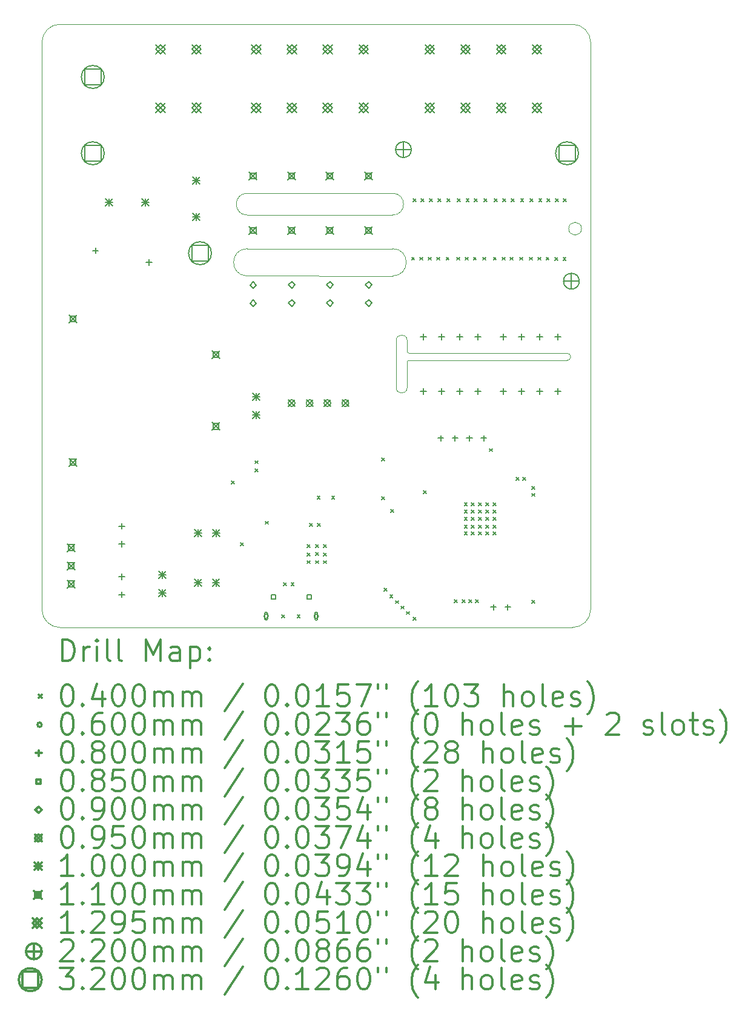
<source format=gbr>
%FSLAX45Y45*%
G04 Gerber Fmt 4.5, Leading zero omitted, Abs format (unit mm)*
G04 Created by KiCad (PCBNEW (5.1.12)-1) date 2022-01-15 16:33:27*
%MOMM*%
%LPD*%
G01*
G04 APERTURE LIST*
%TA.AperFunction,Profile*%
%ADD10C,0.050000*%
%TD*%
%TA.AperFunction,Profile*%
%ADD11C,0.100000*%
%TD*%
%ADD12C,0.200000*%
%ADD13C,0.300000*%
G04 APERTURE END LIST*
D10*
X19932650Y-6737350D02*
G75*
G02*
X20186650Y-6991350I0J-254000D01*
G01*
X12515850Y-6991350D02*
G75*
G02*
X12769850Y-6737350I254000J0D01*
G01*
X19932650Y-15170150D02*
X16183650Y-15170350D01*
X17621250Y-11309350D02*
X17621250Y-11156950D01*
X17621250Y-11461750D02*
G75*
G02*
X17646650Y-11436350I25400J0D01*
G01*
X19856450Y-11334750D02*
G75*
G02*
X19856450Y-11436350I0J-50800D01*
G01*
X17646650Y-11334750D02*
G75*
G02*
X17621250Y-11309350I0J25400D01*
G01*
X15386050Y-9404350D02*
G75*
G02*
X15386050Y-9099550I0J152400D01*
G01*
X17418050Y-9099550D02*
G75*
G02*
X17418050Y-9404350I0J-152400D01*
G01*
D11*
X17418050Y-9404350D02*
X15386050Y-9404350D01*
X15386050Y-9099550D02*
X17418050Y-9099550D01*
D10*
X17621250Y-11817350D02*
G75*
G02*
X17468850Y-11817350I-76200J0D01*
G01*
X17468850Y-11156950D02*
G75*
G02*
X17621250Y-11156950I76200J0D01*
G01*
D11*
X17621250Y-11461750D02*
X17621250Y-11817350D01*
X17468850Y-11817350D02*
X17468850Y-11156950D01*
X17646650Y-11334750D02*
X19856450Y-11334750D01*
X19856450Y-11436350D02*
X17646650Y-11436350D01*
D10*
X17418050Y-9874250D02*
G75*
G02*
X17418050Y-10255250I0J-190500D01*
G01*
X20186650Y-14916150D02*
G75*
G02*
X19932650Y-15170150I-254000J0D01*
G01*
X12769850Y-15170150D02*
G75*
G02*
X12515850Y-14916150I0J254000D01*
G01*
X20059650Y-9594850D02*
G75*
G03*
X20059650Y-9594850I-89803J0D01*
G01*
X15371490Y-10254693D02*
G75*
G02*
X15386050Y-9874250I14560J189943D01*
G01*
D11*
X15386050Y-9874250D02*
X17418050Y-9874250D01*
X17418050Y-10255250D02*
X15371490Y-10254693D01*
D10*
X12515850Y-14916150D02*
X12515850Y-6991350D01*
X19932650Y-6737350D02*
X12769850Y-6737350D01*
X16183650Y-15170350D02*
X12769850Y-15170150D01*
X20186650Y-14916150D02*
X20186650Y-6991350D01*
D12*
X15162850Y-13124500D02*
X15202850Y-13164500D01*
X15202850Y-13124500D02*
X15162850Y-13164500D01*
X15289850Y-13988100D02*
X15329850Y-14028100D01*
X15329850Y-13988100D02*
X15289850Y-14028100D01*
X15498550Y-12838750D02*
X15538550Y-12878750D01*
X15538550Y-12838750D02*
X15498550Y-12878750D01*
X15498550Y-12953900D02*
X15538550Y-12993900D01*
X15538550Y-12953900D02*
X15498550Y-12993900D01*
X15639100Y-13685840D02*
X15679100Y-13725840D01*
X15679100Y-13685840D02*
X15639100Y-13725840D01*
X15867700Y-14991400D02*
X15907700Y-15031400D01*
X15907700Y-14991400D02*
X15867700Y-15031400D01*
X15895500Y-14541400D02*
X15935500Y-14581400D01*
X15935500Y-14541400D02*
X15895500Y-14581400D01*
X16000500Y-14541400D02*
X16040500Y-14581400D01*
X16040500Y-14541400D02*
X16000500Y-14581400D01*
X16083600Y-14991400D02*
X16123600Y-15031400D01*
X16123600Y-14991400D02*
X16083600Y-15031400D01*
X16223300Y-14013500D02*
X16263300Y-14053500D01*
X16263300Y-14013500D02*
X16223300Y-14053500D01*
X16223300Y-14127800D02*
X16263300Y-14167800D01*
X16263300Y-14127800D02*
X16223300Y-14167800D01*
X16223300Y-14235750D02*
X16263300Y-14275750D01*
X16263300Y-14235750D02*
X16223300Y-14275750D01*
X16260100Y-13712510D02*
X16300100Y-13752510D01*
X16300100Y-13712510D02*
X16260100Y-13752510D01*
X16343950Y-14013500D02*
X16383950Y-14053500D01*
X16383950Y-14013500D02*
X16343950Y-14053500D01*
X16343950Y-14121450D02*
X16383950Y-14161450D01*
X16383950Y-14121450D02*
X16343950Y-14161450D01*
X16343950Y-14235750D02*
X16383950Y-14275750D01*
X16383950Y-14235750D02*
X16343950Y-14275750D01*
X16363749Y-13334050D02*
X16403749Y-13374050D01*
X16403749Y-13334050D02*
X16363749Y-13374050D01*
X16365100Y-13712510D02*
X16405100Y-13752510D01*
X16405100Y-13712510D02*
X16365100Y-13752510D01*
X16451900Y-14013500D02*
X16491900Y-14053500D01*
X16491900Y-14013500D02*
X16451900Y-14053500D01*
X16451900Y-14127800D02*
X16491900Y-14167800D01*
X16491900Y-14127800D02*
X16451900Y-14167800D01*
X16451900Y-14235750D02*
X16491900Y-14275750D01*
X16491900Y-14235750D02*
X16451900Y-14275750D01*
X16566200Y-13334050D02*
X16606200Y-13374050D01*
X16606200Y-13334050D02*
X16566200Y-13374050D01*
X17264700Y-12800650D02*
X17304700Y-12840650D01*
X17304700Y-12800650D02*
X17264700Y-12840650D01*
X17265550Y-13340400D02*
X17305550Y-13380400D01*
X17305550Y-13340400D02*
X17265550Y-13380400D01*
X17296450Y-14623100D02*
X17336450Y-14663100D01*
X17336450Y-14623100D02*
X17296450Y-14663100D01*
X17379000Y-14712000D02*
X17419000Y-14752000D01*
X17419000Y-14712000D02*
X17379000Y-14752000D01*
X17391700Y-13518200D02*
X17431700Y-13558200D01*
X17431700Y-13518200D02*
X17391700Y-13558200D01*
X17461550Y-14794550D02*
X17501550Y-14834550D01*
X17501550Y-14794550D02*
X17461550Y-14834550D01*
X17537750Y-14870750D02*
X17577750Y-14910750D01*
X17577750Y-14870750D02*
X17537750Y-14910750D01*
X17613950Y-14946950D02*
X17653950Y-14986950D01*
X17653950Y-14946950D02*
X17613950Y-14986950D01*
X17685070Y-9993950D02*
X17725070Y-10033950D01*
X17725070Y-9993950D02*
X17685070Y-10033950D01*
X17702850Y-9176070D02*
X17742850Y-9216070D01*
X17742850Y-9176070D02*
X17702850Y-9216070D01*
X17702850Y-15029500D02*
X17742850Y-15069500D01*
X17742850Y-15029500D02*
X17702850Y-15069500D01*
X17798100Y-9993950D02*
X17838100Y-10033950D01*
X17838100Y-9993950D02*
X17798100Y-10033950D01*
X17814610Y-9176070D02*
X17854610Y-9216070D01*
X17854610Y-9176070D02*
X17814610Y-9216070D01*
X17848900Y-13257850D02*
X17888900Y-13297850D01*
X17888900Y-13257850D02*
X17848900Y-13297850D01*
X17918750Y-9993950D02*
X17958750Y-10033950D01*
X17958750Y-9993950D02*
X17918750Y-10033950D01*
X17931450Y-9174800D02*
X17971450Y-9214800D01*
X17971450Y-9174800D02*
X17931450Y-9214800D01*
X18033050Y-9993950D02*
X18073050Y-10033950D01*
X18073050Y-9993950D02*
X18033050Y-10033950D01*
X18053370Y-9173530D02*
X18093370Y-9213530D01*
X18093370Y-9173530D02*
X18053370Y-9213530D01*
X18166400Y-9993950D02*
X18206400Y-10033950D01*
X18206400Y-9993950D02*
X18166400Y-10033950D01*
X18179100Y-9174800D02*
X18219100Y-9214800D01*
X18219100Y-9174800D02*
X18179100Y-9214800D01*
X18280700Y-14781850D02*
X18320700Y-14821850D01*
X18320700Y-14781850D02*
X18280700Y-14821850D01*
X18312450Y-9993950D02*
X18352450Y-10033950D01*
X18352450Y-9993950D02*
X18312450Y-10033950D01*
X18325150Y-9174800D02*
X18365150Y-9214800D01*
X18365150Y-9174800D02*
X18325150Y-9214800D01*
X18388650Y-14781850D02*
X18428650Y-14821850D01*
X18428650Y-14781850D02*
X18388650Y-14821850D01*
X18420400Y-13429300D02*
X18460400Y-13469300D01*
X18460400Y-13429300D02*
X18420400Y-13469300D01*
X18420400Y-13530900D02*
X18460400Y-13570900D01*
X18460400Y-13530900D02*
X18420400Y-13570900D01*
X18420400Y-13632500D02*
X18460400Y-13672500D01*
X18460400Y-13632500D02*
X18420400Y-13672500D01*
X18420400Y-13740450D02*
X18460400Y-13780450D01*
X18460400Y-13740450D02*
X18420400Y-13780450D01*
X18420400Y-13835700D02*
X18460400Y-13875700D01*
X18460400Y-13835700D02*
X18420400Y-13875700D01*
X18433100Y-9993950D02*
X18473100Y-10033950D01*
X18473100Y-9993950D02*
X18433100Y-10033950D01*
X18445800Y-9174800D02*
X18485800Y-9214800D01*
X18485800Y-9174800D02*
X18445800Y-9214800D01*
X18483900Y-14781850D02*
X18523900Y-14821850D01*
X18523900Y-14781850D02*
X18483900Y-14821850D01*
X18515650Y-13429300D02*
X18555650Y-13469300D01*
X18555650Y-13429300D02*
X18515650Y-13469300D01*
X18515650Y-13530900D02*
X18555650Y-13570900D01*
X18555650Y-13530900D02*
X18515650Y-13570900D01*
X18515650Y-13632500D02*
X18555650Y-13672500D01*
X18555650Y-13632500D02*
X18515650Y-13672500D01*
X18515650Y-13740450D02*
X18555650Y-13780450D01*
X18555650Y-13740450D02*
X18515650Y-13780450D01*
X18515650Y-13835700D02*
X18555650Y-13875700D01*
X18555650Y-13835700D02*
X18515650Y-13875700D01*
X18547400Y-9993950D02*
X18587400Y-10033950D01*
X18587400Y-9993950D02*
X18547400Y-10033950D01*
X18560100Y-9174800D02*
X18600100Y-9214800D01*
X18600100Y-9174800D02*
X18560100Y-9214800D01*
X18579150Y-14781850D02*
X18619150Y-14821850D01*
X18619150Y-14781850D02*
X18579150Y-14821850D01*
X18617250Y-13429300D02*
X18657250Y-13469300D01*
X18657250Y-13429300D02*
X18617250Y-13469300D01*
X18617250Y-13530900D02*
X18657250Y-13570900D01*
X18657250Y-13530900D02*
X18617250Y-13570900D01*
X18617250Y-13632500D02*
X18657250Y-13672500D01*
X18657250Y-13632500D02*
X18617250Y-13672500D01*
X18617250Y-13740450D02*
X18657250Y-13780450D01*
X18657250Y-13740450D02*
X18617250Y-13780450D01*
X18617250Y-13835700D02*
X18657250Y-13875700D01*
X18657250Y-13835700D02*
X18617250Y-13875700D01*
X18680750Y-9993950D02*
X18720750Y-10033950D01*
X18720750Y-9993950D02*
X18680750Y-10033950D01*
X18693450Y-9174800D02*
X18733450Y-9214800D01*
X18733450Y-9174800D02*
X18693450Y-9214800D01*
X18718850Y-13429300D02*
X18758850Y-13469300D01*
X18758850Y-13429300D02*
X18718850Y-13469300D01*
X18718850Y-13530900D02*
X18758850Y-13570900D01*
X18758850Y-13530900D02*
X18718850Y-13570900D01*
X18718850Y-13632500D02*
X18758850Y-13672500D01*
X18758850Y-13632500D02*
X18718850Y-13672500D01*
X18718850Y-13740450D02*
X18758850Y-13780450D01*
X18758850Y-13740450D02*
X18718850Y-13780450D01*
X18718850Y-13835700D02*
X18758850Y-13875700D01*
X18758850Y-13835700D02*
X18718850Y-13875700D01*
X18774669Y-12668631D02*
X18814669Y-12708631D01*
X18814669Y-12668631D02*
X18774669Y-12708631D01*
X18820450Y-13429300D02*
X18860450Y-13469300D01*
X18860450Y-13429300D02*
X18820450Y-13469300D01*
X18820450Y-13530900D02*
X18860450Y-13570900D01*
X18860450Y-13530900D02*
X18820450Y-13570900D01*
X18820450Y-13632500D02*
X18860450Y-13672500D01*
X18860450Y-13632500D02*
X18820450Y-13672500D01*
X18820450Y-13740450D02*
X18860450Y-13780450D01*
X18860450Y-13740450D02*
X18820450Y-13780450D01*
X18820450Y-13835700D02*
X18860450Y-13875700D01*
X18860450Y-13835700D02*
X18820450Y-13875700D01*
X18826800Y-9993950D02*
X18866800Y-10033950D01*
X18866800Y-9993950D02*
X18826800Y-10033950D01*
X18839500Y-9174800D02*
X18879500Y-9214800D01*
X18879500Y-9174800D02*
X18839500Y-9214800D01*
X18947450Y-9993950D02*
X18987450Y-10033950D01*
X18987450Y-9993950D02*
X18947450Y-10033950D01*
X18960150Y-9174800D02*
X19000150Y-9214800D01*
X19000150Y-9174800D02*
X18960150Y-9214800D01*
X19061750Y-9993950D02*
X19101750Y-10033950D01*
X19101750Y-9993950D02*
X19061750Y-10033950D01*
X19074450Y-9174800D02*
X19114450Y-9214800D01*
X19114450Y-9174800D02*
X19074450Y-9214800D01*
X19144300Y-13073700D02*
X19184300Y-13113700D01*
X19184300Y-13073700D02*
X19144300Y-13113700D01*
X19195100Y-9993950D02*
X19235100Y-10033950D01*
X19235100Y-9993950D02*
X19195100Y-10033950D01*
X19207800Y-9174800D02*
X19247800Y-9214800D01*
X19247800Y-9174800D02*
X19207800Y-9214800D01*
X19239550Y-13073700D02*
X19279550Y-13113700D01*
X19279550Y-13073700D02*
X19239550Y-13113700D01*
X19328450Y-9993950D02*
X19368450Y-10033950D01*
X19368450Y-9993950D02*
X19328450Y-10033950D01*
X19341150Y-9174800D02*
X19381150Y-9214800D01*
X19381150Y-9174800D02*
X19341150Y-9214800D01*
X19366550Y-13200700D02*
X19406550Y-13240700D01*
X19406550Y-13200700D02*
X19366550Y-13240700D01*
X19366550Y-13295950D02*
X19406550Y-13335950D01*
X19406550Y-13295950D02*
X19366550Y-13335950D01*
X19366550Y-14788200D02*
X19406550Y-14828200D01*
X19406550Y-14788200D02*
X19366550Y-14828200D01*
X19449100Y-9993950D02*
X19489100Y-10033950D01*
X19489100Y-9993950D02*
X19449100Y-10033950D01*
X19461800Y-9174800D02*
X19501800Y-9214800D01*
X19501800Y-9174800D02*
X19461800Y-9214800D01*
X19563400Y-9993950D02*
X19603400Y-10033950D01*
X19603400Y-9993950D02*
X19563400Y-10033950D01*
X19576100Y-9174800D02*
X19616100Y-9214800D01*
X19616100Y-9174800D02*
X19576100Y-9214800D01*
X19687860Y-9995220D02*
X19727860Y-10035220D01*
X19727860Y-9995220D02*
X19687860Y-10035220D01*
X19692940Y-9174800D02*
X19732940Y-9214800D01*
X19732940Y-9174800D02*
X19692940Y-9214800D01*
X19802160Y-9995220D02*
X19842160Y-10035220D01*
X19842160Y-9995220D02*
X19802160Y-10035220D01*
X19807240Y-9174800D02*
X19847240Y-9214800D01*
X19847240Y-9174800D02*
X19807240Y-9214800D01*
X15680500Y-15011400D02*
G75*
G03*
X15680500Y-15011400I-30000J0D01*
G01*
X15670500Y-15046400D02*
X15670500Y-14976400D01*
X15630500Y-15046400D02*
X15630500Y-14976400D01*
X15670500Y-14976400D02*
G75*
G03*
X15630500Y-14976400I-20000J0D01*
G01*
X15630500Y-15046400D02*
G75*
G03*
X15670500Y-15046400I20000J0D01*
G01*
X16380500Y-15011400D02*
G75*
G03*
X16380500Y-15011400I-30000J0D01*
G01*
X16330500Y-14976400D02*
X16330500Y-15046400D01*
X16370500Y-14976400D02*
X16370500Y-15046400D01*
X16330500Y-15046400D02*
G75*
G03*
X16370500Y-15046400I20000J0D01*
G01*
X16370500Y-14976400D02*
G75*
G03*
X16330500Y-14976400I-20000J0D01*
G01*
X13264450Y-9861417D02*
X13264450Y-9941417D01*
X13224450Y-9901417D02*
X13304450Y-9901417D01*
X13633450Y-13711750D02*
X13633450Y-13791750D01*
X13593450Y-13751750D02*
X13673450Y-13751750D01*
X13633450Y-13961750D02*
X13633450Y-14041750D01*
X13593450Y-14001750D02*
X13673450Y-14001750D01*
X13633450Y-14418950D02*
X13633450Y-14498950D01*
X13593450Y-14458950D02*
X13673450Y-14458950D01*
X13633450Y-14668950D02*
X13633450Y-14748950D01*
X13593450Y-14708950D02*
X13673450Y-14708950D01*
X14014450Y-10024750D02*
X14014450Y-10104750D01*
X13974450Y-10064750D02*
X14054450Y-10064750D01*
X17849850Y-11066150D02*
X17849850Y-11146150D01*
X17809850Y-11106150D02*
X17889850Y-11106150D01*
X17849850Y-11828150D02*
X17849850Y-11908150D01*
X17809850Y-11868150D02*
X17889850Y-11868150D01*
X18091150Y-12482200D02*
X18091150Y-12562200D01*
X18051150Y-12522200D02*
X18131150Y-12522200D01*
X18103850Y-11066150D02*
X18103850Y-11146150D01*
X18063850Y-11106150D02*
X18143850Y-11106150D01*
X18103850Y-11828150D02*
X18103850Y-11908150D01*
X18063850Y-11868150D02*
X18143850Y-11868150D01*
X18291150Y-12482200D02*
X18291150Y-12562200D01*
X18251150Y-12522200D02*
X18331150Y-12522200D01*
X18357850Y-11066150D02*
X18357850Y-11146150D01*
X18317850Y-11106150D02*
X18397850Y-11106150D01*
X18357850Y-11828150D02*
X18357850Y-11908150D01*
X18317850Y-11868150D02*
X18397850Y-11868150D01*
X18491150Y-12482200D02*
X18491150Y-12562200D01*
X18451150Y-12522200D02*
X18531150Y-12522200D01*
X18611850Y-11066150D02*
X18611850Y-11146150D01*
X18571850Y-11106150D02*
X18651850Y-11106150D01*
X18611850Y-11828150D02*
X18611850Y-11908150D01*
X18571850Y-11868150D02*
X18651850Y-11868150D01*
X18691150Y-12482200D02*
X18691150Y-12562200D01*
X18651150Y-12522200D02*
X18731150Y-12522200D01*
X18827750Y-14844400D02*
X18827750Y-14924400D01*
X18787750Y-14884400D02*
X18867750Y-14884400D01*
X18967450Y-11066150D02*
X18967450Y-11146150D01*
X18927450Y-11106150D02*
X19007450Y-11106150D01*
X18967450Y-11828150D02*
X18967450Y-11908150D01*
X18927450Y-11868150D02*
X19007450Y-11868150D01*
X19027750Y-14844400D02*
X19027750Y-14924400D01*
X18987750Y-14884400D02*
X19067750Y-14884400D01*
X19221450Y-11066150D02*
X19221450Y-11146150D01*
X19181450Y-11106150D02*
X19261450Y-11106150D01*
X19221450Y-11828150D02*
X19221450Y-11908150D01*
X19181450Y-11868150D02*
X19261450Y-11868150D01*
X19475450Y-11066150D02*
X19475450Y-11146150D01*
X19435450Y-11106150D02*
X19515450Y-11106150D01*
X19475450Y-11828150D02*
X19475450Y-11908150D01*
X19435450Y-11868150D02*
X19515450Y-11868150D01*
X19729450Y-11066150D02*
X19729450Y-11146150D01*
X19689450Y-11106150D02*
X19769450Y-11106150D01*
X19729450Y-11828150D02*
X19729450Y-11908150D01*
X19689450Y-11868150D02*
X19769450Y-11868150D01*
X15780552Y-14771452D02*
X15780552Y-14711348D01*
X15720448Y-14711348D01*
X15720448Y-14771452D01*
X15780552Y-14771452D01*
X16280552Y-14771452D02*
X16280552Y-14711348D01*
X16220448Y-14711348D01*
X16220448Y-14771452D01*
X16280552Y-14771452D01*
X15468600Y-10427250D02*
X15513600Y-10382250D01*
X15468600Y-10337250D01*
X15423600Y-10382250D01*
X15468600Y-10427250D01*
X15468600Y-10681250D02*
X15513600Y-10636250D01*
X15468600Y-10591250D01*
X15423600Y-10636250D01*
X15468600Y-10681250D01*
X16008350Y-10425300D02*
X16053350Y-10380300D01*
X16008350Y-10335300D01*
X15963350Y-10380300D01*
X16008350Y-10425300D01*
X16008350Y-10679300D02*
X16053350Y-10634300D01*
X16008350Y-10589300D01*
X15963350Y-10634300D01*
X16008350Y-10679300D01*
X16542800Y-10425300D02*
X16587800Y-10380300D01*
X16542800Y-10335300D01*
X16497800Y-10380300D01*
X16542800Y-10425300D01*
X16542800Y-10679300D02*
X16587800Y-10634300D01*
X16542800Y-10589300D01*
X16497800Y-10634300D01*
X16542800Y-10679300D01*
X17082550Y-10425300D02*
X17127550Y-10380300D01*
X17082550Y-10335300D01*
X17037550Y-10380300D01*
X17082550Y-10425300D01*
X17082550Y-10679300D02*
X17127550Y-10634300D01*
X17082550Y-10589300D01*
X17037550Y-10634300D01*
X17082550Y-10679300D01*
X15960150Y-11985750D02*
X16055150Y-12080750D01*
X16055150Y-11985750D02*
X15960150Y-12080750D01*
X16055150Y-12033250D02*
G75*
G03*
X16055150Y-12033250I-47500J0D01*
G01*
X16210150Y-11985750D02*
X16305150Y-12080750D01*
X16305150Y-11985750D02*
X16210150Y-12080750D01*
X16305150Y-12033250D02*
G75*
G03*
X16305150Y-12033250I-47500J0D01*
G01*
X16460150Y-11985750D02*
X16555150Y-12080750D01*
X16555150Y-11985750D02*
X16460150Y-12080750D01*
X16555150Y-12033250D02*
G75*
G03*
X16555150Y-12033250I-47500J0D01*
G01*
X16710150Y-11985750D02*
X16805150Y-12080750D01*
X16805150Y-11985750D02*
X16710150Y-12080750D01*
X16805150Y-12033250D02*
G75*
G03*
X16805150Y-12033250I-47500J0D01*
G01*
X13405650Y-9176550D02*
X13505650Y-9276550D01*
X13505650Y-9176550D02*
X13405650Y-9276550D01*
X13455650Y-9176550D02*
X13455650Y-9276550D01*
X13405650Y-9226550D02*
X13505650Y-9226550D01*
X13913650Y-9176550D02*
X14013650Y-9276550D01*
X14013650Y-9176550D02*
X13913650Y-9276550D01*
X13963650Y-9176550D02*
X13963650Y-9276550D01*
X13913650Y-9226550D02*
X14013650Y-9226550D01*
X14147330Y-14381010D02*
X14247330Y-14481010D01*
X14247330Y-14381010D02*
X14147330Y-14481010D01*
X14197330Y-14381010D02*
X14197330Y-14481010D01*
X14147330Y-14431010D02*
X14247330Y-14431010D01*
X14147330Y-14635010D02*
X14247330Y-14735010D01*
X14247330Y-14635010D02*
X14147330Y-14735010D01*
X14197330Y-14635010D02*
X14197330Y-14735010D01*
X14147330Y-14685010D02*
X14247330Y-14685010D01*
X14624850Y-8871750D02*
X14724850Y-8971750D01*
X14724850Y-8871750D02*
X14624850Y-8971750D01*
X14674850Y-8871750D02*
X14674850Y-8971750D01*
X14624850Y-8921750D02*
X14724850Y-8921750D01*
X14624850Y-9379750D02*
X14724850Y-9479750D01*
X14724850Y-9379750D02*
X14624850Y-9479750D01*
X14674850Y-9379750D02*
X14674850Y-9479750D01*
X14624850Y-9429750D02*
X14724850Y-9429750D01*
X14649170Y-14495310D02*
X14749170Y-14595310D01*
X14749170Y-14495310D02*
X14649170Y-14595310D01*
X14699170Y-14495310D02*
X14699170Y-14595310D01*
X14649170Y-14545310D02*
X14749170Y-14545310D01*
X14650250Y-13799350D02*
X14750250Y-13899350D01*
X14750250Y-13799350D02*
X14650250Y-13899350D01*
X14700250Y-13799350D02*
X14700250Y-13899350D01*
X14650250Y-13849350D02*
X14750250Y-13849350D01*
X14899170Y-14495310D02*
X14999170Y-14595310D01*
X14999170Y-14495310D02*
X14899170Y-14595310D01*
X14949170Y-14495310D02*
X14949170Y-14595310D01*
X14899170Y-14545310D02*
X14999170Y-14545310D01*
X14900250Y-13799350D02*
X15000250Y-13899350D01*
X15000250Y-13799350D02*
X14900250Y-13899350D01*
X14950250Y-13799350D02*
X14950250Y-13899350D01*
X14900250Y-13849350D02*
X15000250Y-13849350D01*
X15463050Y-11894350D02*
X15563050Y-11994350D01*
X15563050Y-11894350D02*
X15463050Y-11994350D01*
X15513050Y-11894350D02*
X15513050Y-11994350D01*
X15463050Y-11944350D02*
X15563050Y-11944350D01*
X15463050Y-12148350D02*
X15563050Y-12248350D01*
X15563050Y-12148350D02*
X15463050Y-12248350D01*
X15513050Y-12148350D02*
X15513050Y-12248350D01*
X15463050Y-12198350D02*
X15563050Y-12198350D01*
X12867250Y-13997550D02*
X12977250Y-14107550D01*
X12977250Y-13997550D02*
X12867250Y-14107550D01*
X12961141Y-14091441D02*
X12961141Y-14013659D01*
X12883359Y-14013659D01*
X12883359Y-14091441D01*
X12961141Y-14091441D01*
X12867250Y-14251550D02*
X12977250Y-14361550D01*
X12977250Y-14251550D02*
X12867250Y-14361550D01*
X12961141Y-14345441D02*
X12961141Y-14267659D01*
X12883359Y-14267659D01*
X12883359Y-14345441D01*
X12961141Y-14345441D01*
X12867250Y-14505550D02*
X12977250Y-14615550D01*
X12977250Y-14505550D02*
X12867250Y-14615550D01*
X12961141Y-14599441D02*
X12961141Y-14521659D01*
X12883359Y-14521659D01*
X12883359Y-14599441D01*
X12961141Y-14599441D01*
X12892650Y-10803750D02*
X13002650Y-10913750D01*
X13002650Y-10803750D02*
X12892650Y-10913750D01*
X12986541Y-10897641D02*
X12986541Y-10819859D01*
X12908759Y-10819859D01*
X12908759Y-10897641D01*
X12986541Y-10897641D01*
X12892650Y-12803750D02*
X13002650Y-12913750D01*
X13002650Y-12803750D02*
X12892650Y-12913750D01*
X12986541Y-12897641D02*
X12986541Y-12819859D01*
X12908759Y-12819859D01*
X12908759Y-12897641D01*
X12986541Y-12897641D01*
X14892650Y-11303750D02*
X15002650Y-11413750D01*
X15002650Y-11303750D02*
X14892650Y-11413750D01*
X14986541Y-11397641D02*
X14986541Y-11319859D01*
X14908759Y-11319859D01*
X14908759Y-11397641D01*
X14986541Y-11397641D01*
X14892650Y-12303750D02*
X15002650Y-12413750D01*
X15002650Y-12303750D02*
X14892650Y-12413750D01*
X14986541Y-12397641D02*
X14986541Y-12319859D01*
X14908759Y-12319859D01*
X14908759Y-12397641D01*
X14986541Y-12397641D01*
X15413600Y-8803250D02*
X15523600Y-8913250D01*
X15523600Y-8803250D02*
X15413600Y-8913250D01*
X15507491Y-8897141D02*
X15507491Y-8819359D01*
X15429709Y-8819359D01*
X15429709Y-8897141D01*
X15507491Y-8897141D01*
X15413600Y-9565250D02*
X15523600Y-9675250D01*
X15523600Y-9565250D02*
X15413600Y-9675250D01*
X15507491Y-9659141D02*
X15507491Y-9581359D01*
X15429709Y-9581359D01*
X15429709Y-9659141D01*
X15507491Y-9659141D01*
X15953350Y-8801300D02*
X16063350Y-8911300D01*
X16063350Y-8801300D02*
X15953350Y-8911300D01*
X16047241Y-8895191D02*
X16047241Y-8817409D01*
X15969459Y-8817409D01*
X15969459Y-8895191D01*
X16047241Y-8895191D01*
X15953350Y-9563300D02*
X16063350Y-9673300D01*
X16063350Y-9563300D02*
X15953350Y-9673300D01*
X16047241Y-9657191D02*
X16047241Y-9579409D01*
X15969459Y-9579409D01*
X15969459Y-9657191D01*
X16047241Y-9657191D01*
X16487800Y-8801300D02*
X16597800Y-8911300D01*
X16597800Y-8801300D02*
X16487800Y-8911300D01*
X16581691Y-8895191D02*
X16581691Y-8817409D01*
X16503909Y-8817409D01*
X16503909Y-8895191D01*
X16581691Y-8895191D01*
X16487800Y-9563300D02*
X16597800Y-9673300D01*
X16597800Y-9563300D02*
X16487800Y-9673300D01*
X16581691Y-9657191D02*
X16581691Y-9579409D01*
X16503909Y-9579409D01*
X16503909Y-9657191D01*
X16581691Y-9657191D01*
X17027550Y-8801300D02*
X17137550Y-8911300D01*
X17137550Y-8801300D02*
X17027550Y-8911300D01*
X17121441Y-8895191D02*
X17121441Y-8817409D01*
X17043659Y-8817409D01*
X17043659Y-8895191D01*
X17121441Y-8895191D01*
X17027550Y-9563300D02*
X17137550Y-9673300D01*
X17137550Y-9563300D02*
X17027550Y-9673300D01*
X17121441Y-9657191D02*
X17121441Y-9579409D01*
X17043659Y-9579409D01*
X17043659Y-9657191D01*
X17121441Y-9657191D01*
X14110080Y-7020980D02*
X14239620Y-7150520D01*
X14239620Y-7020980D02*
X14110080Y-7150520D01*
X14174850Y-7150520D02*
X14239620Y-7085750D01*
X14174850Y-7020980D01*
X14110080Y-7085750D01*
X14174850Y-7150520D01*
X14110080Y-7840980D02*
X14239620Y-7970520D01*
X14239620Y-7840980D02*
X14110080Y-7970520D01*
X14174850Y-7970520D02*
X14239620Y-7905750D01*
X14174850Y-7840980D01*
X14110080Y-7905750D01*
X14174850Y-7970520D01*
X14610080Y-7020980D02*
X14739620Y-7150520D01*
X14739620Y-7020980D02*
X14610080Y-7150520D01*
X14674850Y-7150520D02*
X14739620Y-7085750D01*
X14674850Y-7020980D01*
X14610080Y-7085750D01*
X14674850Y-7150520D01*
X14610080Y-7840980D02*
X14739620Y-7970520D01*
X14739620Y-7840980D02*
X14610080Y-7970520D01*
X14674850Y-7970520D02*
X14739620Y-7905750D01*
X14674850Y-7840980D01*
X14610080Y-7905750D01*
X14674850Y-7970520D01*
X15446880Y-7020980D02*
X15576420Y-7150520D01*
X15576420Y-7020980D02*
X15446880Y-7150520D01*
X15511650Y-7150520D02*
X15576420Y-7085750D01*
X15511650Y-7020980D01*
X15446880Y-7085750D01*
X15511650Y-7150520D01*
X15446880Y-7840980D02*
X15576420Y-7970520D01*
X15576420Y-7840980D02*
X15446880Y-7970520D01*
X15511650Y-7970520D02*
X15576420Y-7905750D01*
X15511650Y-7840980D01*
X15446880Y-7905750D01*
X15511650Y-7970520D01*
X15946880Y-7020980D02*
X16076420Y-7150520D01*
X16076420Y-7020980D02*
X15946880Y-7150520D01*
X16011650Y-7150520D02*
X16076420Y-7085750D01*
X16011650Y-7020980D01*
X15946880Y-7085750D01*
X16011650Y-7150520D01*
X15946880Y-7840980D02*
X16076420Y-7970520D01*
X16076420Y-7840980D02*
X15946880Y-7970520D01*
X16011650Y-7970520D02*
X16076420Y-7905750D01*
X16011650Y-7840980D01*
X15946880Y-7905750D01*
X16011650Y-7970520D01*
X16446880Y-7020980D02*
X16576420Y-7150520D01*
X16576420Y-7020980D02*
X16446880Y-7150520D01*
X16511650Y-7150520D02*
X16576420Y-7085750D01*
X16511650Y-7020980D01*
X16446880Y-7085750D01*
X16511650Y-7150520D01*
X16446880Y-7840980D02*
X16576420Y-7970520D01*
X16576420Y-7840980D02*
X16446880Y-7970520D01*
X16511650Y-7970520D02*
X16576420Y-7905750D01*
X16511650Y-7840980D01*
X16446880Y-7905750D01*
X16511650Y-7970520D01*
X16946880Y-7020980D02*
X17076420Y-7150520D01*
X17076420Y-7020980D02*
X16946880Y-7150520D01*
X17011650Y-7150520D02*
X17076420Y-7085750D01*
X17011650Y-7020980D01*
X16946880Y-7085750D01*
X17011650Y-7150520D01*
X16946880Y-7840980D02*
X17076420Y-7970520D01*
X17076420Y-7840980D02*
X16946880Y-7970520D01*
X17011650Y-7970520D02*
X17076420Y-7905750D01*
X17011650Y-7840980D01*
X16946880Y-7905750D01*
X17011650Y-7970520D01*
X17873980Y-7020980D02*
X18003520Y-7150520D01*
X18003520Y-7020980D02*
X17873980Y-7150520D01*
X17938750Y-7150520D02*
X18003520Y-7085750D01*
X17938750Y-7020980D01*
X17873980Y-7085750D01*
X17938750Y-7150520D01*
X17873980Y-7840980D02*
X18003520Y-7970520D01*
X18003520Y-7840980D02*
X17873980Y-7970520D01*
X17938750Y-7970520D02*
X18003520Y-7905750D01*
X17938750Y-7840980D01*
X17873980Y-7905750D01*
X17938750Y-7970520D01*
X18373980Y-7020980D02*
X18503520Y-7150520D01*
X18503520Y-7020980D02*
X18373980Y-7150520D01*
X18438750Y-7150520D02*
X18503520Y-7085750D01*
X18438750Y-7020980D01*
X18373980Y-7085750D01*
X18438750Y-7150520D01*
X18373980Y-7840980D02*
X18503520Y-7970520D01*
X18503520Y-7840980D02*
X18373980Y-7970520D01*
X18438750Y-7970520D02*
X18503520Y-7905750D01*
X18438750Y-7840980D01*
X18373980Y-7905750D01*
X18438750Y-7970520D01*
X18873980Y-7020980D02*
X19003520Y-7150520D01*
X19003520Y-7020980D02*
X18873980Y-7150520D01*
X18938750Y-7150520D02*
X19003520Y-7085750D01*
X18938750Y-7020980D01*
X18873980Y-7085750D01*
X18938750Y-7150520D01*
X18873980Y-7840980D02*
X19003520Y-7970520D01*
X19003520Y-7840980D02*
X18873980Y-7970520D01*
X18938750Y-7970520D02*
X19003520Y-7905750D01*
X18938750Y-7840980D01*
X18873980Y-7905750D01*
X18938750Y-7970520D01*
X19373980Y-7020980D02*
X19503520Y-7150520D01*
X19503520Y-7020980D02*
X19373980Y-7150520D01*
X19438750Y-7150520D02*
X19503520Y-7085750D01*
X19438750Y-7020980D01*
X19373980Y-7085750D01*
X19438750Y-7150520D01*
X19373980Y-7840980D02*
X19503520Y-7970520D01*
X19503520Y-7840980D02*
X19373980Y-7970520D01*
X19438750Y-7970520D02*
X19503520Y-7905750D01*
X19438750Y-7840980D01*
X19373980Y-7905750D01*
X19438750Y-7970520D01*
X17570450Y-8379950D02*
X17570450Y-8599950D01*
X17460450Y-8489950D02*
X17680450Y-8489950D01*
X17680450Y-8489950D02*
G75*
G03*
X17680450Y-8489950I-110000J0D01*
G01*
X19917410Y-10218910D02*
X19917410Y-10438910D01*
X19807410Y-10328910D02*
X20027410Y-10328910D01*
X20027410Y-10328910D02*
G75*
G03*
X20027410Y-10328910I-110000J0D01*
G01*
X13340188Y-7587088D02*
X13340188Y-7360812D01*
X13113912Y-7360812D01*
X13113912Y-7587088D01*
X13340188Y-7587088D01*
X13387050Y-7473950D02*
G75*
G03*
X13387050Y-7473950I-160000J0D01*
G01*
X13340188Y-8653888D02*
X13340188Y-8427612D01*
X13113912Y-8427612D01*
X13113912Y-8653888D01*
X13340188Y-8653888D01*
X13387050Y-8540750D02*
G75*
G03*
X13387050Y-8540750I-160000J0D01*
G01*
X14838788Y-10050888D02*
X14838788Y-9824612D01*
X14612512Y-9824612D01*
X14612512Y-10050888D01*
X14838788Y-10050888D01*
X14885650Y-9937750D02*
G75*
G03*
X14885650Y-9937750I-160000J0D01*
G01*
X19969588Y-8653888D02*
X19969588Y-8427612D01*
X19743312Y-8427612D01*
X19743312Y-8653888D01*
X19969588Y-8653888D01*
X20016450Y-8540750D02*
G75*
G03*
X20016450Y-8540750I-160000J0D01*
G01*
D13*
X12799778Y-15638564D02*
X12799778Y-15338564D01*
X12871207Y-15338564D01*
X12914064Y-15352850D01*
X12942636Y-15381421D01*
X12956921Y-15409993D01*
X12971207Y-15467136D01*
X12971207Y-15509993D01*
X12956921Y-15567136D01*
X12942636Y-15595707D01*
X12914064Y-15624279D01*
X12871207Y-15638564D01*
X12799778Y-15638564D01*
X13099778Y-15638564D02*
X13099778Y-15438564D01*
X13099778Y-15495707D02*
X13114064Y-15467136D01*
X13128350Y-15452850D01*
X13156921Y-15438564D01*
X13185493Y-15438564D01*
X13285493Y-15638564D02*
X13285493Y-15438564D01*
X13285493Y-15338564D02*
X13271207Y-15352850D01*
X13285493Y-15367136D01*
X13299778Y-15352850D01*
X13285493Y-15338564D01*
X13285493Y-15367136D01*
X13471207Y-15638564D02*
X13442636Y-15624279D01*
X13428350Y-15595707D01*
X13428350Y-15338564D01*
X13628350Y-15638564D02*
X13599778Y-15624279D01*
X13585493Y-15595707D01*
X13585493Y-15338564D01*
X13971207Y-15638564D02*
X13971207Y-15338564D01*
X14071207Y-15552850D01*
X14171207Y-15338564D01*
X14171207Y-15638564D01*
X14442636Y-15638564D02*
X14442636Y-15481421D01*
X14428350Y-15452850D01*
X14399778Y-15438564D01*
X14342636Y-15438564D01*
X14314064Y-15452850D01*
X14442636Y-15624279D02*
X14414064Y-15638564D01*
X14342636Y-15638564D01*
X14314064Y-15624279D01*
X14299778Y-15595707D01*
X14299778Y-15567136D01*
X14314064Y-15538564D01*
X14342636Y-15524279D01*
X14414064Y-15524279D01*
X14442636Y-15509993D01*
X14585493Y-15438564D02*
X14585493Y-15738564D01*
X14585493Y-15452850D02*
X14614064Y-15438564D01*
X14671207Y-15438564D01*
X14699778Y-15452850D01*
X14714064Y-15467136D01*
X14728350Y-15495707D01*
X14728350Y-15581421D01*
X14714064Y-15609993D01*
X14699778Y-15624279D01*
X14671207Y-15638564D01*
X14614064Y-15638564D01*
X14585493Y-15624279D01*
X14856921Y-15609993D02*
X14871207Y-15624279D01*
X14856921Y-15638564D01*
X14842636Y-15624279D01*
X14856921Y-15609993D01*
X14856921Y-15638564D01*
X14856921Y-15452850D02*
X14871207Y-15467136D01*
X14856921Y-15481421D01*
X14842636Y-15467136D01*
X14856921Y-15452850D01*
X14856921Y-15481421D01*
X12473350Y-16112850D02*
X12513350Y-16152850D01*
X12513350Y-16112850D02*
X12473350Y-16152850D01*
X12856921Y-15968564D02*
X12885493Y-15968564D01*
X12914064Y-15982850D01*
X12928350Y-15997136D01*
X12942636Y-16025707D01*
X12956921Y-16082850D01*
X12956921Y-16154279D01*
X12942636Y-16211421D01*
X12928350Y-16239993D01*
X12914064Y-16254279D01*
X12885493Y-16268564D01*
X12856921Y-16268564D01*
X12828350Y-16254279D01*
X12814064Y-16239993D01*
X12799778Y-16211421D01*
X12785493Y-16154279D01*
X12785493Y-16082850D01*
X12799778Y-16025707D01*
X12814064Y-15997136D01*
X12828350Y-15982850D01*
X12856921Y-15968564D01*
X13085493Y-16239993D02*
X13099778Y-16254279D01*
X13085493Y-16268564D01*
X13071207Y-16254279D01*
X13085493Y-16239993D01*
X13085493Y-16268564D01*
X13356921Y-16068564D02*
X13356921Y-16268564D01*
X13285493Y-15954279D02*
X13214064Y-16168564D01*
X13399778Y-16168564D01*
X13571207Y-15968564D02*
X13599778Y-15968564D01*
X13628350Y-15982850D01*
X13642636Y-15997136D01*
X13656921Y-16025707D01*
X13671207Y-16082850D01*
X13671207Y-16154279D01*
X13656921Y-16211421D01*
X13642636Y-16239993D01*
X13628350Y-16254279D01*
X13599778Y-16268564D01*
X13571207Y-16268564D01*
X13542636Y-16254279D01*
X13528350Y-16239993D01*
X13514064Y-16211421D01*
X13499778Y-16154279D01*
X13499778Y-16082850D01*
X13514064Y-16025707D01*
X13528350Y-15997136D01*
X13542636Y-15982850D01*
X13571207Y-15968564D01*
X13856921Y-15968564D02*
X13885493Y-15968564D01*
X13914064Y-15982850D01*
X13928350Y-15997136D01*
X13942636Y-16025707D01*
X13956921Y-16082850D01*
X13956921Y-16154279D01*
X13942636Y-16211421D01*
X13928350Y-16239993D01*
X13914064Y-16254279D01*
X13885493Y-16268564D01*
X13856921Y-16268564D01*
X13828350Y-16254279D01*
X13814064Y-16239993D01*
X13799778Y-16211421D01*
X13785493Y-16154279D01*
X13785493Y-16082850D01*
X13799778Y-16025707D01*
X13814064Y-15997136D01*
X13828350Y-15982850D01*
X13856921Y-15968564D01*
X14085493Y-16268564D02*
X14085493Y-16068564D01*
X14085493Y-16097136D02*
X14099778Y-16082850D01*
X14128350Y-16068564D01*
X14171207Y-16068564D01*
X14199778Y-16082850D01*
X14214064Y-16111421D01*
X14214064Y-16268564D01*
X14214064Y-16111421D02*
X14228350Y-16082850D01*
X14256921Y-16068564D01*
X14299778Y-16068564D01*
X14328350Y-16082850D01*
X14342636Y-16111421D01*
X14342636Y-16268564D01*
X14485493Y-16268564D02*
X14485493Y-16068564D01*
X14485493Y-16097136D02*
X14499778Y-16082850D01*
X14528350Y-16068564D01*
X14571207Y-16068564D01*
X14599778Y-16082850D01*
X14614064Y-16111421D01*
X14614064Y-16268564D01*
X14614064Y-16111421D02*
X14628350Y-16082850D01*
X14656921Y-16068564D01*
X14699778Y-16068564D01*
X14728350Y-16082850D01*
X14742636Y-16111421D01*
X14742636Y-16268564D01*
X15328350Y-15954279D02*
X15071207Y-16339993D01*
X15714064Y-15968564D02*
X15742636Y-15968564D01*
X15771207Y-15982850D01*
X15785493Y-15997136D01*
X15799778Y-16025707D01*
X15814064Y-16082850D01*
X15814064Y-16154279D01*
X15799778Y-16211421D01*
X15785493Y-16239993D01*
X15771207Y-16254279D01*
X15742636Y-16268564D01*
X15714064Y-16268564D01*
X15685493Y-16254279D01*
X15671207Y-16239993D01*
X15656921Y-16211421D01*
X15642636Y-16154279D01*
X15642636Y-16082850D01*
X15656921Y-16025707D01*
X15671207Y-15997136D01*
X15685493Y-15982850D01*
X15714064Y-15968564D01*
X15942636Y-16239993D02*
X15956921Y-16254279D01*
X15942636Y-16268564D01*
X15928350Y-16254279D01*
X15942636Y-16239993D01*
X15942636Y-16268564D01*
X16142636Y-15968564D02*
X16171207Y-15968564D01*
X16199778Y-15982850D01*
X16214064Y-15997136D01*
X16228350Y-16025707D01*
X16242636Y-16082850D01*
X16242636Y-16154279D01*
X16228350Y-16211421D01*
X16214064Y-16239993D01*
X16199778Y-16254279D01*
X16171207Y-16268564D01*
X16142636Y-16268564D01*
X16114064Y-16254279D01*
X16099778Y-16239993D01*
X16085493Y-16211421D01*
X16071207Y-16154279D01*
X16071207Y-16082850D01*
X16085493Y-16025707D01*
X16099778Y-15997136D01*
X16114064Y-15982850D01*
X16142636Y-15968564D01*
X16528350Y-16268564D02*
X16356921Y-16268564D01*
X16442636Y-16268564D02*
X16442636Y-15968564D01*
X16414064Y-16011421D01*
X16385493Y-16039993D01*
X16356921Y-16054279D01*
X16799778Y-15968564D02*
X16656921Y-15968564D01*
X16642636Y-16111421D01*
X16656921Y-16097136D01*
X16685493Y-16082850D01*
X16756921Y-16082850D01*
X16785493Y-16097136D01*
X16799778Y-16111421D01*
X16814064Y-16139993D01*
X16814064Y-16211421D01*
X16799778Y-16239993D01*
X16785493Y-16254279D01*
X16756921Y-16268564D01*
X16685493Y-16268564D01*
X16656921Y-16254279D01*
X16642636Y-16239993D01*
X16914064Y-15968564D02*
X17114064Y-15968564D01*
X16985493Y-16268564D01*
X17214064Y-15968564D02*
X17214064Y-16025707D01*
X17328350Y-15968564D02*
X17328350Y-16025707D01*
X17771207Y-16382850D02*
X17756921Y-16368564D01*
X17728350Y-16325707D01*
X17714064Y-16297136D01*
X17699778Y-16254279D01*
X17685493Y-16182850D01*
X17685493Y-16125707D01*
X17699778Y-16054279D01*
X17714064Y-16011421D01*
X17728350Y-15982850D01*
X17756921Y-15939993D01*
X17771207Y-15925707D01*
X18042636Y-16268564D02*
X17871207Y-16268564D01*
X17956921Y-16268564D02*
X17956921Y-15968564D01*
X17928350Y-16011421D01*
X17899778Y-16039993D01*
X17871207Y-16054279D01*
X18228350Y-15968564D02*
X18256921Y-15968564D01*
X18285493Y-15982850D01*
X18299778Y-15997136D01*
X18314064Y-16025707D01*
X18328350Y-16082850D01*
X18328350Y-16154279D01*
X18314064Y-16211421D01*
X18299778Y-16239993D01*
X18285493Y-16254279D01*
X18256921Y-16268564D01*
X18228350Y-16268564D01*
X18199778Y-16254279D01*
X18185493Y-16239993D01*
X18171207Y-16211421D01*
X18156921Y-16154279D01*
X18156921Y-16082850D01*
X18171207Y-16025707D01*
X18185493Y-15997136D01*
X18199778Y-15982850D01*
X18228350Y-15968564D01*
X18428350Y-15968564D02*
X18614064Y-15968564D01*
X18514064Y-16082850D01*
X18556921Y-16082850D01*
X18585493Y-16097136D01*
X18599778Y-16111421D01*
X18614064Y-16139993D01*
X18614064Y-16211421D01*
X18599778Y-16239993D01*
X18585493Y-16254279D01*
X18556921Y-16268564D01*
X18471207Y-16268564D01*
X18442636Y-16254279D01*
X18428350Y-16239993D01*
X18971207Y-16268564D02*
X18971207Y-15968564D01*
X19099778Y-16268564D02*
X19099778Y-16111421D01*
X19085493Y-16082850D01*
X19056921Y-16068564D01*
X19014064Y-16068564D01*
X18985493Y-16082850D01*
X18971207Y-16097136D01*
X19285493Y-16268564D02*
X19256921Y-16254279D01*
X19242636Y-16239993D01*
X19228350Y-16211421D01*
X19228350Y-16125707D01*
X19242636Y-16097136D01*
X19256921Y-16082850D01*
X19285493Y-16068564D01*
X19328350Y-16068564D01*
X19356921Y-16082850D01*
X19371207Y-16097136D01*
X19385493Y-16125707D01*
X19385493Y-16211421D01*
X19371207Y-16239993D01*
X19356921Y-16254279D01*
X19328350Y-16268564D01*
X19285493Y-16268564D01*
X19556921Y-16268564D02*
X19528350Y-16254279D01*
X19514064Y-16225707D01*
X19514064Y-15968564D01*
X19785493Y-16254279D02*
X19756921Y-16268564D01*
X19699778Y-16268564D01*
X19671207Y-16254279D01*
X19656921Y-16225707D01*
X19656921Y-16111421D01*
X19671207Y-16082850D01*
X19699778Y-16068564D01*
X19756921Y-16068564D01*
X19785493Y-16082850D01*
X19799778Y-16111421D01*
X19799778Y-16139993D01*
X19656921Y-16168564D01*
X19914064Y-16254279D02*
X19942636Y-16268564D01*
X19999778Y-16268564D01*
X20028350Y-16254279D01*
X20042636Y-16225707D01*
X20042636Y-16211421D01*
X20028350Y-16182850D01*
X19999778Y-16168564D01*
X19956921Y-16168564D01*
X19928350Y-16154279D01*
X19914064Y-16125707D01*
X19914064Y-16111421D01*
X19928350Y-16082850D01*
X19956921Y-16068564D01*
X19999778Y-16068564D01*
X20028350Y-16082850D01*
X20142636Y-16382850D02*
X20156921Y-16368564D01*
X20185493Y-16325707D01*
X20199778Y-16297136D01*
X20214064Y-16254279D01*
X20228350Y-16182850D01*
X20228350Y-16125707D01*
X20214064Y-16054279D01*
X20199778Y-16011421D01*
X20185493Y-15982850D01*
X20156921Y-15939993D01*
X20142636Y-15925707D01*
X12513350Y-16528850D02*
G75*
G03*
X12513350Y-16528850I-30000J0D01*
G01*
X12856921Y-16364564D02*
X12885493Y-16364564D01*
X12914064Y-16378850D01*
X12928350Y-16393136D01*
X12942636Y-16421707D01*
X12956921Y-16478850D01*
X12956921Y-16550279D01*
X12942636Y-16607421D01*
X12928350Y-16635993D01*
X12914064Y-16650279D01*
X12885493Y-16664564D01*
X12856921Y-16664564D01*
X12828350Y-16650279D01*
X12814064Y-16635993D01*
X12799778Y-16607421D01*
X12785493Y-16550279D01*
X12785493Y-16478850D01*
X12799778Y-16421707D01*
X12814064Y-16393136D01*
X12828350Y-16378850D01*
X12856921Y-16364564D01*
X13085493Y-16635993D02*
X13099778Y-16650279D01*
X13085493Y-16664564D01*
X13071207Y-16650279D01*
X13085493Y-16635993D01*
X13085493Y-16664564D01*
X13356921Y-16364564D02*
X13299778Y-16364564D01*
X13271207Y-16378850D01*
X13256921Y-16393136D01*
X13228350Y-16435993D01*
X13214064Y-16493136D01*
X13214064Y-16607421D01*
X13228350Y-16635993D01*
X13242636Y-16650279D01*
X13271207Y-16664564D01*
X13328350Y-16664564D01*
X13356921Y-16650279D01*
X13371207Y-16635993D01*
X13385493Y-16607421D01*
X13385493Y-16535993D01*
X13371207Y-16507421D01*
X13356921Y-16493136D01*
X13328350Y-16478850D01*
X13271207Y-16478850D01*
X13242636Y-16493136D01*
X13228350Y-16507421D01*
X13214064Y-16535993D01*
X13571207Y-16364564D02*
X13599778Y-16364564D01*
X13628350Y-16378850D01*
X13642636Y-16393136D01*
X13656921Y-16421707D01*
X13671207Y-16478850D01*
X13671207Y-16550279D01*
X13656921Y-16607421D01*
X13642636Y-16635993D01*
X13628350Y-16650279D01*
X13599778Y-16664564D01*
X13571207Y-16664564D01*
X13542636Y-16650279D01*
X13528350Y-16635993D01*
X13514064Y-16607421D01*
X13499778Y-16550279D01*
X13499778Y-16478850D01*
X13514064Y-16421707D01*
X13528350Y-16393136D01*
X13542636Y-16378850D01*
X13571207Y-16364564D01*
X13856921Y-16364564D02*
X13885493Y-16364564D01*
X13914064Y-16378850D01*
X13928350Y-16393136D01*
X13942636Y-16421707D01*
X13956921Y-16478850D01*
X13956921Y-16550279D01*
X13942636Y-16607421D01*
X13928350Y-16635993D01*
X13914064Y-16650279D01*
X13885493Y-16664564D01*
X13856921Y-16664564D01*
X13828350Y-16650279D01*
X13814064Y-16635993D01*
X13799778Y-16607421D01*
X13785493Y-16550279D01*
X13785493Y-16478850D01*
X13799778Y-16421707D01*
X13814064Y-16393136D01*
X13828350Y-16378850D01*
X13856921Y-16364564D01*
X14085493Y-16664564D02*
X14085493Y-16464564D01*
X14085493Y-16493136D02*
X14099778Y-16478850D01*
X14128350Y-16464564D01*
X14171207Y-16464564D01*
X14199778Y-16478850D01*
X14214064Y-16507421D01*
X14214064Y-16664564D01*
X14214064Y-16507421D02*
X14228350Y-16478850D01*
X14256921Y-16464564D01*
X14299778Y-16464564D01*
X14328350Y-16478850D01*
X14342636Y-16507421D01*
X14342636Y-16664564D01*
X14485493Y-16664564D02*
X14485493Y-16464564D01*
X14485493Y-16493136D02*
X14499778Y-16478850D01*
X14528350Y-16464564D01*
X14571207Y-16464564D01*
X14599778Y-16478850D01*
X14614064Y-16507421D01*
X14614064Y-16664564D01*
X14614064Y-16507421D02*
X14628350Y-16478850D01*
X14656921Y-16464564D01*
X14699778Y-16464564D01*
X14728350Y-16478850D01*
X14742636Y-16507421D01*
X14742636Y-16664564D01*
X15328350Y-16350279D02*
X15071207Y-16735993D01*
X15714064Y-16364564D02*
X15742636Y-16364564D01*
X15771207Y-16378850D01*
X15785493Y-16393136D01*
X15799778Y-16421707D01*
X15814064Y-16478850D01*
X15814064Y-16550279D01*
X15799778Y-16607421D01*
X15785493Y-16635993D01*
X15771207Y-16650279D01*
X15742636Y-16664564D01*
X15714064Y-16664564D01*
X15685493Y-16650279D01*
X15671207Y-16635993D01*
X15656921Y-16607421D01*
X15642636Y-16550279D01*
X15642636Y-16478850D01*
X15656921Y-16421707D01*
X15671207Y-16393136D01*
X15685493Y-16378850D01*
X15714064Y-16364564D01*
X15942636Y-16635993D02*
X15956921Y-16650279D01*
X15942636Y-16664564D01*
X15928350Y-16650279D01*
X15942636Y-16635993D01*
X15942636Y-16664564D01*
X16142636Y-16364564D02*
X16171207Y-16364564D01*
X16199778Y-16378850D01*
X16214064Y-16393136D01*
X16228350Y-16421707D01*
X16242636Y-16478850D01*
X16242636Y-16550279D01*
X16228350Y-16607421D01*
X16214064Y-16635993D01*
X16199778Y-16650279D01*
X16171207Y-16664564D01*
X16142636Y-16664564D01*
X16114064Y-16650279D01*
X16099778Y-16635993D01*
X16085493Y-16607421D01*
X16071207Y-16550279D01*
X16071207Y-16478850D01*
X16085493Y-16421707D01*
X16099778Y-16393136D01*
X16114064Y-16378850D01*
X16142636Y-16364564D01*
X16356921Y-16393136D02*
X16371207Y-16378850D01*
X16399778Y-16364564D01*
X16471207Y-16364564D01*
X16499778Y-16378850D01*
X16514064Y-16393136D01*
X16528350Y-16421707D01*
X16528350Y-16450279D01*
X16514064Y-16493136D01*
X16342636Y-16664564D01*
X16528350Y-16664564D01*
X16628350Y-16364564D02*
X16814064Y-16364564D01*
X16714064Y-16478850D01*
X16756921Y-16478850D01*
X16785493Y-16493136D01*
X16799778Y-16507421D01*
X16814064Y-16535993D01*
X16814064Y-16607421D01*
X16799778Y-16635993D01*
X16785493Y-16650279D01*
X16756921Y-16664564D01*
X16671207Y-16664564D01*
X16642636Y-16650279D01*
X16628350Y-16635993D01*
X17071207Y-16364564D02*
X17014064Y-16364564D01*
X16985493Y-16378850D01*
X16971207Y-16393136D01*
X16942636Y-16435993D01*
X16928350Y-16493136D01*
X16928350Y-16607421D01*
X16942636Y-16635993D01*
X16956921Y-16650279D01*
X16985493Y-16664564D01*
X17042636Y-16664564D01*
X17071207Y-16650279D01*
X17085493Y-16635993D01*
X17099778Y-16607421D01*
X17099778Y-16535993D01*
X17085493Y-16507421D01*
X17071207Y-16493136D01*
X17042636Y-16478850D01*
X16985493Y-16478850D01*
X16956921Y-16493136D01*
X16942636Y-16507421D01*
X16928350Y-16535993D01*
X17214064Y-16364564D02*
X17214064Y-16421707D01*
X17328350Y-16364564D02*
X17328350Y-16421707D01*
X17771207Y-16778850D02*
X17756921Y-16764564D01*
X17728350Y-16721707D01*
X17714064Y-16693136D01*
X17699778Y-16650279D01*
X17685493Y-16578850D01*
X17685493Y-16521707D01*
X17699778Y-16450279D01*
X17714064Y-16407421D01*
X17728350Y-16378850D01*
X17756921Y-16335993D01*
X17771207Y-16321707D01*
X17942636Y-16364564D02*
X17971207Y-16364564D01*
X17999778Y-16378850D01*
X18014064Y-16393136D01*
X18028350Y-16421707D01*
X18042636Y-16478850D01*
X18042636Y-16550279D01*
X18028350Y-16607421D01*
X18014064Y-16635993D01*
X17999778Y-16650279D01*
X17971207Y-16664564D01*
X17942636Y-16664564D01*
X17914064Y-16650279D01*
X17899778Y-16635993D01*
X17885493Y-16607421D01*
X17871207Y-16550279D01*
X17871207Y-16478850D01*
X17885493Y-16421707D01*
X17899778Y-16393136D01*
X17914064Y-16378850D01*
X17942636Y-16364564D01*
X18399778Y-16664564D02*
X18399778Y-16364564D01*
X18528350Y-16664564D02*
X18528350Y-16507421D01*
X18514064Y-16478850D01*
X18485493Y-16464564D01*
X18442636Y-16464564D01*
X18414064Y-16478850D01*
X18399778Y-16493136D01*
X18714064Y-16664564D02*
X18685493Y-16650279D01*
X18671207Y-16635993D01*
X18656921Y-16607421D01*
X18656921Y-16521707D01*
X18671207Y-16493136D01*
X18685493Y-16478850D01*
X18714064Y-16464564D01*
X18756921Y-16464564D01*
X18785493Y-16478850D01*
X18799778Y-16493136D01*
X18814064Y-16521707D01*
X18814064Y-16607421D01*
X18799778Y-16635993D01*
X18785493Y-16650279D01*
X18756921Y-16664564D01*
X18714064Y-16664564D01*
X18985493Y-16664564D02*
X18956921Y-16650279D01*
X18942636Y-16621707D01*
X18942636Y-16364564D01*
X19214064Y-16650279D02*
X19185493Y-16664564D01*
X19128350Y-16664564D01*
X19099778Y-16650279D01*
X19085493Y-16621707D01*
X19085493Y-16507421D01*
X19099778Y-16478850D01*
X19128350Y-16464564D01*
X19185493Y-16464564D01*
X19214064Y-16478850D01*
X19228350Y-16507421D01*
X19228350Y-16535993D01*
X19085493Y-16564564D01*
X19342636Y-16650279D02*
X19371207Y-16664564D01*
X19428350Y-16664564D01*
X19456921Y-16650279D01*
X19471207Y-16621707D01*
X19471207Y-16607421D01*
X19456921Y-16578850D01*
X19428350Y-16564564D01*
X19385493Y-16564564D01*
X19356921Y-16550279D01*
X19342636Y-16521707D01*
X19342636Y-16507421D01*
X19356921Y-16478850D01*
X19385493Y-16464564D01*
X19428350Y-16464564D01*
X19456921Y-16478850D01*
X19828350Y-16550279D02*
X20056921Y-16550279D01*
X19942636Y-16664564D02*
X19942636Y-16435993D01*
X20414064Y-16393136D02*
X20428350Y-16378850D01*
X20456921Y-16364564D01*
X20528350Y-16364564D01*
X20556921Y-16378850D01*
X20571207Y-16393136D01*
X20585493Y-16421707D01*
X20585493Y-16450279D01*
X20571207Y-16493136D01*
X20399778Y-16664564D01*
X20585493Y-16664564D01*
X20928350Y-16650279D02*
X20956921Y-16664564D01*
X21014064Y-16664564D01*
X21042636Y-16650279D01*
X21056921Y-16621707D01*
X21056921Y-16607421D01*
X21042636Y-16578850D01*
X21014064Y-16564564D01*
X20971207Y-16564564D01*
X20942636Y-16550279D01*
X20928350Y-16521707D01*
X20928350Y-16507421D01*
X20942636Y-16478850D01*
X20971207Y-16464564D01*
X21014064Y-16464564D01*
X21042636Y-16478850D01*
X21228350Y-16664564D02*
X21199778Y-16650279D01*
X21185493Y-16621707D01*
X21185493Y-16364564D01*
X21385493Y-16664564D02*
X21356921Y-16650279D01*
X21342636Y-16635993D01*
X21328350Y-16607421D01*
X21328350Y-16521707D01*
X21342636Y-16493136D01*
X21356921Y-16478850D01*
X21385493Y-16464564D01*
X21428350Y-16464564D01*
X21456921Y-16478850D01*
X21471207Y-16493136D01*
X21485493Y-16521707D01*
X21485493Y-16607421D01*
X21471207Y-16635993D01*
X21456921Y-16650279D01*
X21428350Y-16664564D01*
X21385493Y-16664564D01*
X21571207Y-16464564D02*
X21685493Y-16464564D01*
X21614064Y-16364564D02*
X21614064Y-16621707D01*
X21628350Y-16650279D01*
X21656921Y-16664564D01*
X21685493Y-16664564D01*
X21771207Y-16650279D02*
X21799778Y-16664564D01*
X21856921Y-16664564D01*
X21885493Y-16650279D01*
X21899778Y-16621707D01*
X21899778Y-16607421D01*
X21885493Y-16578850D01*
X21856921Y-16564564D01*
X21814064Y-16564564D01*
X21785493Y-16550279D01*
X21771207Y-16521707D01*
X21771207Y-16507421D01*
X21785493Y-16478850D01*
X21814064Y-16464564D01*
X21856921Y-16464564D01*
X21885493Y-16478850D01*
X21999778Y-16778850D02*
X22014064Y-16764564D01*
X22042636Y-16721707D01*
X22056921Y-16693136D01*
X22071207Y-16650279D01*
X22085493Y-16578850D01*
X22085493Y-16521707D01*
X22071207Y-16450279D01*
X22056921Y-16407421D01*
X22042636Y-16378850D01*
X22014064Y-16335993D01*
X21999778Y-16321707D01*
X12473350Y-16884850D02*
X12473350Y-16964850D01*
X12433350Y-16924850D02*
X12513350Y-16924850D01*
X12856921Y-16760564D02*
X12885493Y-16760564D01*
X12914064Y-16774850D01*
X12928350Y-16789136D01*
X12942636Y-16817707D01*
X12956921Y-16874850D01*
X12956921Y-16946279D01*
X12942636Y-17003422D01*
X12928350Y-17031993D01*
X12914064Y-17046279D01*
X12885493Y-17060564D01*
X12856921Y-17060564D01*
X12828350Y-17046279D01*
X12814064Y-17031993D01*
X12799778Y-17003422D01*
X12785493Y-16946279D01*
X12785493Y-16874850D01*
X12799778Y-16817707D01*
X12814064Y-16789136D01*
X12828350Y-16774850D01*
X12856921Y-16760564D01*
X13085493Y-17031993D02*
X13099778Y-17046279D01*
X13085493Y-17060564D01*
X13071207Y-17046279D01*
X13085493Y-17031993D01*
X13085493Y-17060564D01*
X13271207Y-16889136D02*
X13242636Y-16874850D01*
X13228350Y-16860564D01*
X13214064Y-16831993D01*
X13214064Y-16817707D01*
X13228350Y-16789136D01*
X13242636Y-16774850D01*
X13271207Y-16760564D01*
X13328350Y-16760564D01*
X13356921Y-16774850D01*
X13371207Y-16789136D01*
X13385493Y-16817707D01*
X13385493Y-16831993D01*
X13371207Y-16860564D01*
X13356921Y-16874850D01*
X13328350Y-16889136D01*
X13271207Y-16889136D01*
X13242636Y-16903422D01*
X13228350Y-16917707D01*
X13214064Y-16946279D01*
X13214064Y-17003422D01*
X13228350Y-17031993D01*
X13242636Y-17046279D01*
X13271207Y-17060564D01*
X13328350Y-17060564D01*
X13356921Y-17046279D01*
X13371207Y-17031993D01*
X13385493Y-17003422D01*
X13385493Y-16946279D01*
X13371207Y-16917707D01*
X13356921Y-16903422D01*
X13328350Y-16889136D01*
X13571207Y-16760564D02*
X13599778Y-16760564D01*
X13628350Y-16774850D01*
X13642636Y-16789136D01*
X13656921Y-16817707D01*
X13671207Y-16874850D01*
X13671207Y-16946279D01*
X13656921Y-17003422D01*
X13642636Y-17031993D01*
X13628350Y-17046279D01*
X13599778Y-17060564D01*
X13571207Y-17060564D01*
X13542636Y-17046279D01*
X13528350Y-17031993D01*
X13514064Y-17003422D01*
X13499778Y-16946279D01*
X13499778Y-16874850D01*
X13514064Y-16817707D01*
X13528350Y-16789136D01*
X13542636Y-16774850D01*
X13571207Y-16760564D01*
X13856921Y-16760564D02*
X13885493Y-16760564D01*
X13914064Y-16774850D01*
X13928350Y-16789136D01*
X13942636Y-16817707D01*
X13956921Y-16874850D01*
X13956921Y-16946279D01*
X13942636Y-17003422D01*
X13928350Y-17031993D01*
X13914064Y-17046279D01*
X13885493Y-17060564D01*
X13856921Y-17060564D01*
X13828350Y-17046279D01*
X13814064Y-17031993D01*
X13799778Y-17003422D01*
X13785493Y-16946279D01*
X13785493Y-16874850D01*
X13799778Y-16817707D01*
X13814064Y-16789136D01*
X13828350Y-16774850D01*
X13856921Y-16760564D01*
X14085493Y-17060564D02*
X14085493Y-16860564D01*
X14085493Y-16889136D02*
X14099778Y-16874850D01*
X14128350Y-16860564D01*
X14171207Y-16860564D01*
X14199778Y-16874850D01*
X14214064Y-16903422D01*
X14214064Y-17060564D01*
X14214064Y-16903422D02*
X14228350Y-16874850D01*
X14256921Y-16860564D01*
X14299778Y-16860564D01*
X14328350Y-16874850D01*
X14342636Y-16903422D01*
X14342636Y-17060564D01*
X14485493Y-17060564D02*
X14485493Y-16860564D01*
X14485493Y-16889136D02*
X14499778Y-16874850D01*
X14528350Y-16860564D01*
X14571207Y-16860564D01*
X14599778Y-16874850D01*
X14614064Y-16903422D01*
X14614064Y-17060564D01*
X14614064Y-16903422D02*
X14628350Y-16874850D01*
X14656921Y-16860564D01*
X14699778Y-16860564D01*
X14728350Y-16874850D01*
X14742636Y-16903422D01*
X14742636Y-17060564D01*
X15328350Y-16746279D02*
X15071207Y-17131993D01*
X15714064Y-16760564D02*
X15742636Y-16760564D01*
X15771207Y-16774850D01*
X15785493Y-16789136D01*
X15799778Y-16817707D01*
X15814064Y-16874850D01*
X15814064Y-16946279D01*
X15799778Y-17003422D01*
X15785493Y-17031993D01*
X15771207Y-17046279D01*
X15742636Y-17060564D01*
X15714064Y-17060564D01*
X15685493Y-17046279D01*
X15671207Y-17031993D01*
X15656921Y-17003422D01*
X15642636Y-16946279D01*
X15642636Y-16874850D01*
X15656921Y-16817707D01*
X15671207Y-16789136D01*
X15685493Y-16774850D01*
X15714064Y-16760564D01*
X15942636Y-17031993D02*
X15956921Y-17046279D01*
X15942636Y-17060564D01*
X15928350Y-17046279D01*
X15942636Y-17031993D01*
X15942636Y-17060564D01*
X16142636Y-16760564D02*
X16171207Y-16760564D01*
X16199778Y-16774850D01*
X16214064Y-16789136D01*
X16228350Y-16817707D01*
X16242636Y-16874850D01*
X16242636Y-16946279D01*
X16228350Y-17003422D01*
X16214064Y-17031993D01*
X16199778Y-17046279D01*
X16171207Y-17060564D01*
X16142636Y-17060564D01*
X16114064Y-17046279D01*
X16099778Y-17031993D01*
X16085493Y-17003422D01*
X16071207Y-16946279D01*
X16071207Y-16874850D01*
X16085493Y-16817707D01*
X16099778Y-16789136D01*
X16114064Y-16774850D01*
X16142636Y-16760564D01*
X16342636Y-16760564D02*
X16528350Y-16760564D01*
X16428350Y-16874850D01*
X16471207Y-16874850D01*
X16499778Y-16889136D01*
X16514064Y-16903422D01*
X16528350Y-16931993D01*
X16528350Y-17003422D01*
X16514064Y-17031993D01*
X16499778Y-17046279D01*
X16471207Y-17060564D01*
X16385493Y-17060564D01*
X16356921Y-17046279D01*
X16342636Y-17031993D01*
X16814064Y-17060564D02*
X16642636Y-17060564D01*
X16728350Y-17060564D02*
X16728350Y-16760564D01*
X16699778Y-16803422D01*
X16671207Y-16831993D01*
X16642636Y-16846279D01*
X17085493Y-16760564D02*
X16942636Y-16760564D01*
X16928350Y-16903422D01*
X16942636Y-16889136D01*
X16971207Y-16874850D01*
X17042636Y-16874850D01*
X17071207Y-16889136D01*
X17085493Y-16903422D01*
X17099778Y-16931993D01*
X17099778Y-17003422D01*
X17085493Y-17031993D01*
X17071207Y-17046279D01*
X17042636Y-17060564D01*
X16971207Y-17060564D01*
X16942636Y-17046279D01*
X16928350Y-17031993D01*
X17214064Y-16760564D02*
X17214064Y-16817707D01*
X17328350Y-16760564D02*
X17328350Y-16817707D01*
X17771207Y-17174850D02*
X17756921Y-17160564D01*
X17728350Y-17117707D01*
X17714064Y-17089136D01*
X17699778Y-17046279D01*
X17685493Y-16974850D01*
X17685493Y-16917707D01*
X17699778Y-16846279D01*
X17714064Y-16803422D01*
X17728350Y-16774850D01*
X17756921Y-16731993D01*
X17771207Y-16717707D01*
X17871207Y-16789136D02*
X17885493Y-16774850D01*
X17914064Y-16760564D01*
X17985493Y-16760564D01*
X18014064Y-16774850D01*
X18028350Y-16789136D01*
X18042636Y-16817707D01*
X18042636Y-16846279D01*
X18028350Y-16889136D01*
X17856921Y-17060564D01*
X18042636Y-17060564D01*
X18214064Y-16889136D02*
X18185493Y-16874850D01*
X18171207Y-16860564D01*
X18156921Y-16831993D01*
X18156921Y-16817707D01*
X18171207Y-16789136D01*
X18185493Y-16774850D01*
X18214064Y-16760564D01*
X18271207Y-16760564D01*
X18299778Y-16774850D01*
X18314064Y-16789136D01*
X18328350Y-16817707D01*
X18328350Y-16831993D01*
X18314064Y-16860564D01*
X18299778Y-16874850D01*
X18271207Y-16889136D01*
X18214064Y-16889136D01*
X18185493Y-16903422D01*
X18171207Y-16917707D01*
X18156921Y-16946279D01*
X18156921Y-17003422D01*
X18171207Y-17031993D01*
X18185493Y-17046279D01*
X18214064Y-17060564D01*
X18271207Y-17060564D01*
X18299778Y-17046279D01*
X18314064Y-17031993D01*
X18328350Y-17003422D01*
X18328350Y-16946279D01*
X18314064Y-16917707D01*
X18299778Y-16903422D01*
X18271207Y-16889136D01*
X18685493Y-17060564D02*
X18685493Y-16760564D01*
X18814064Y-17060564D02*
X18814064Y-16903422D01*
X18799778Y-16874850D01*
X18771207Y-16860564D01*
X18728350Y-16860564D01*
X18699778Y-16874850D01*
X18685493Y-16889136D01*
X18999778Y-17060564D02*
X18971207Y-17046279D01*
X18956921Y-17031993D01*
X18942636Y-17003422D01*
X18942636Y-16917707D01*
X18956921Y-16889136D01*
X18971207Y-16874850D01*
X18999778Y-16860564D01*
X19042636Y-16860564D01*
X19071207Y-16874850D01*
X19085493Y-16889136D01*
X19099778Y-16917707D01*
X19099778Y-17003422D01*
X19085493Y-17031993D01*
X19071207Y-17046279D01*
X19042636Y-17060564D01*
X18999778Y-17060564D01*
X19271207Y-17060564D02*
X19242636Y-17046279D01*
X19228350Y-17017707D01*
X19228350Y-16760564D01*
X19499778Y-17046279D02*
X19471207Y-17060564D01*
X19414064Y-17060564D01*
X19385493Y-17046279D01*
X19371207Y-17017707D01*
X19371207Y-16903422D01*
X19385493Y-16874850D01*
X19414064Y-16860564D01*
X19471207Y-16860564D01*
X19499778Y-16874850D01*
X19514064Y-16903422D01*
X19514064Y-16931993D01*
X19371207Y-16960564D01*
X19628350Y-17046279D02*
X19656921Y-17060564D01*
X19714064Y-17060564D01*
X19742636Y-17046279D01*
X19756921Y-17017707D01*
X19756921Y-17003422D01*
X19742636Y-16974850D01*
X19714064Y-16960564D01*
X19671207Y-16960564D01*
X19642636Y-16946279D01*
X19628350Y-16917707D01*
X19628350Y-16903422D01*
X19642636Y-16874850D01*
X19671207Y-16860564D01*
X19714064Y-16860564D01*
X19742636Y-16874850D01*
X19856921Y-17174850D02*
X19871207Y-17160564D01*
X19899778Y-17117707D01*
X19914064Y-17089136D01*
X19928350Y-17046279D01*
X19942636Y-16974850D01*
X19942636Y-16917707D01*
X19928350Y-16846279D01*
X19914064Y-16803422D01*
X19899778Y-16774850D01*
X19871207Y-16731993D01*
X19856921Y-16717707D01*
X12500902Y-17350902D02*
X12500902Y-17290798D01*
X12440798Y-17290798D01*
X12440798Y-17350902D01*
X12500902Y-17350902D01*
X12856921Y-17156564D02*
X12885493Y-17156564D01*
X12914064Y-17170850D01*
X12928350Y-17185136D01*
X12942636Y-17213707D01*
X12956921Y-17270850D01*
X12956921Y-17342279D01*
X12942636Y-17399422D01*
X12928350Y-17427993D01*
X12914064Y-17442279D01*
X12885493Y-17456564D01*
X12856921Y-17456564D01*
X12828350Y-17442279D01*
X12814064Y-17427993D01*
X12799778Y-17399422D01*
X12785493Y-17342279D01*
X12785493Y-17270850D01*
X12799778Y-17213707D01*
X12814064Y-17185136D01*
X12828350Y-17170850D01*
X12856921Y-17156564D01*
X13085493Y-17427993D02*
X13099778Y-17442279D01*
X13085493Y-17456564D01*
X13071207Y-17442279D01*
X13085493Y-17427993D01*
X13085493Y-17456564D01*
X13271207Y-17285136D02*
X13242636Y-17270850D01*
X13228350Y-17256564D01*
X13214064Y-17227993D01*
X13214064Y-17213707D01*
X13228350Y-17185136D01*
X13242636Y-17170850D01*
X13271207Y-17156564D01*
X13328350Y-17156564D01*
X13356921Y-17170850D01*
X13371207Y-17185136D01*
X13385493Y-17213707D01*
X13385493Y-17227993D01*
X13371207Y-17256564D01*
X13356921Y-17270850D01*
X13328350Y-17285136D01*
X13271207Y-17285136D01*
X13242636Y-17299422D01*
X13228350Y-17313707D01*
X13214064Y-17342279D01*
X13214064Y-17399422D01*
X13228350Y-17427993D01*
X13242636Y-17442279D01*
X13271207Y-17456564D01*
X13328350Y-17456564D01*
X13356921Y-17442279D01*
X13371207Y-17427993D01*
X13385493Y-17399422D01*
X13385493Y-17342279D01*
X13371207Y-17313707D01*
X13356921Y-17299422D01*
X13328350Y-17285136D01*
X13656921Y-17156564D02*
X13514064Y-17156564D01*
X13499778Y-17299422D01*
X13514064Y-17285136D01*
X13542636Y-17270850D01*
X13614064Y-17270850D01*
X13642636Y-17285136D01*
X13656921Y-17299422D01*
X13671207Y-17327993D01*
X13671207Y-17399422D01*
X13656921Y-17427993D01*
X13642636Y-17442279D01*
X13614064Y-17456564D01*
X13542636Y-17456564D01*
X13514064Y-17442279D01*
X13499778Y-17427993D01*
X13856921Y-17156564D02*
X13885493Y-17156564D01*
X13914064Y-17170850D01*
X13928350Y-17185136D01*
X13942636Y-17213707D01*
X13956921Y-17270850D01*
X13956921Y-17342279D01*
X13942636Y-17399422D01*
X13928350Y-17427993D01*
X13914064Y-17442279D01*
X13885493Y-17456564D01*
X13856921Y-17456564D01*
X13828350Y-17442279D01*
X13814064Y-17427993D01*
X13799778Y-17399422D01*
X13785493Y-17342279D01*
X13785493Y-17270850D01*
X13799778Y-17213707D01*
X13814064Y-17185136D01*
X13828350Y-17170850D01*
X13856921Y-17156564D01*
X14085493Y-17456564D02*
X14085493Y-17256564D01*
X14085493Y-17285136D02*
X14099778Y-17270850D01*
X14128350Y-17256564D01*
X14171207Y-17256564D01*
X14199778Y-17270850D01*
X14214064Y-17299422D01*
X14214064Y-17456564D01*
X14214064Y-17299422D02*
X14228350Y-17270850D01*
X14256921Y-17256564D01*
X14299778Y-17256564D01*
X14328350Y-17270850D01*
X14342636Y-17299422D01*
X14342636Y-17456564D01*
X14485493Y-17456564D02*
X14485493Y-17256564D01*
X14485493Y-17285136D02*
X14499778Y-17270850D01*
X14528350Y-17256564D01*
X14571207Y-17256564D01*
X14599778Y-17270850D01*
X14614064Y-17299422D01*
X14614064Y-17456564D01*
X14614064Y-17299422D02*
X14628350Y-17270850D01*
X14656921Y-17256564D01*
X14699778Y-17256564D01*
X14728350Y-17270850D01*
X14742636Y-17299422D01*
X14742636Y-17456564D01*
X15328350Y-17142279D02*
X15071207Y-17527993D01*
X15714064Y-17156564D02*
X15742636Y-17156564D01*
X15771207Y-17170850D01*
X15785493Y-17185136D01*
X15799778Y-17213707D01*
X15814064Y-17270850D01*
X15814064Y-17342279D01*
X15799778Y-17399422D01*
X15785493Y-17427993D01*
X15771207Y-17442279D01*
X15742636Y-17456564D01*
X15714064Y-17456564D01*
X15685493Y-17442279D01*
X15671207Y-17427993D01*
X15656921Y-17399422D01*
X15642636Y-17342279D01*
X15642636Y-17270850D01*
X15656921Y-17213707D01*
X15671207Y-17185136D01*
X15685493Y-17170850D01*
X15714064Y-17156564D01*
X15942636Y-17427993D02*
X15956921Y-17442279D01*
X15942636Y-17456564D01*
X15928350Y-17442279D01*
X15942636Y-17427993D01*
X15942636Y-17456564D01*
X16142636Y-17156564D02*
X16171207Y-17156564D01*
X16199778Y-17170850D01*
X16214064Y-17185136D01*
X16228350Y-17213707D01*
X16242636Y-17270850D01*
X16242636Y-17342279D01*
X16228350Y-17399422D01*
X16214064Y-17427993D01*
X16199778Y-17442279D01*
X16171207Y-17456564D01*
X16142636Y-17456564D01*
X16114064Y-17442279D01*
X16099778Y-17427993D01*
X16085493Y-17399422D01*
X16071207Y-17342279D01*
X16071207Y-17270850D01*
X16085493Y-17213707D01*
X16099778Y-17185136D01*
X16114064Y-17170850D01*
X16142636Y-17156564D01*
X16342636Y-17156564D02*
X16528350Y-17156564D01*
X16428350Y-17270850D01*
X16471207Y-17270850D01*
X16499778Y-17285136D01*
X16514064Y-17299422D01*
X16528350Y-17327993D01*
X16528350Y-17399422D01*
X16514064Y-17427993D01*
X16499778Y-17442279D01*
X16471207Y-17456564D01*
X16385493Y-17456564D01*
X16356921Y-17442279D01*
X16342636Y-17427993D01*
X16628350Y-17156564D02*
X16814064Y-17156564D01*
X16714064Y-17270850D01*
X16756921Y-17270850D01*
X16785493Y-17285136D01*
X16799778Y-17299422D01*
X16814064Y-17327993D01*
X16814064Y-17399422D01*
X16799778Y-17427993D01*
X16785493Y-17442279D01*
X16756921Y-17456564D01*
X16671207Y-17456564D01*
X16642636Y-17442279D01*
X16628350Y-17427993D01*
X17085493Y-17156564D02*
X16942636Y-17156564D01*
X16928350Y-17299422D01*
X16942636Y-17285136D01*
X16971207Y-17270850D01*
X17042636Y-17270850D01*
X17071207Y-17285136D01*
X17085493Y-17299422D01*
X17099778Y-17327993D01*
X17099778Y-17399422D01*
X17085493Y-17427993D01*
X17071207Y-17442279D01*
X17042636Y-17456564D01*
X16971207Y-17456564D01*
X16942636Y-17442279D01*
X16928350Y-17427993D01*
X17214064Y-17156564D02*
X17214064Y-17213707D01*
X17328350Y-17156564D02*
X17328350Y-17213707D01*
X17771207Y-17570850D02*
X17756921Y-17556564D01*
X17728350Y-17513707D01*
X17714064Y-17485136D01*
X17699778Y-17442279D01*
X17685493Y-17370850D01*
X17685493Y-17313707D01*
X17699778Y-17242279D01*
X17714064Y-17199422D01*
X17728350Y-17170850D01*
X17756921Y-17127993D01*
X17771207Y-17113707D01*
X17871207Y-17185136D02*
X17885493Y-17170850D01*
X17914064Y-17156564D01*
X17985493Y-17156564D01*
X18014064Y-17170850D01*
X18028350Y-17185136D01*
X18042636Y-17213707D01*
X18042636Y-17242279D01*
X18028350Y-17285136D01*
X17856921Y-17456564D01*
X18042636Y-17456564D01*
X18399778Y-17456564D02*
X18399778Y-17156564D01*
X18528350Y-17456564D02*
X18528350Y-17299422D01*
X18514064Y-17270850D01*
X18485493Y-17256564D01*
X18442636Y-17256564D01*
X18414064Y-17270850D01*
X18399778Y-17285136D01*
X18714064Y-17456564D02*
X18685493Y-17442279D01*
X18671207Y-17427993D01*
X18656921Y-17399422D01*
X18656921Y-17313707D01*
X18671207Y-17285136D01*
X18685493Y-17270850D01*
X18714064Y-17256564D01*
X18756921Y-17256564D01*
X18785493Y-17270850D01*
X18799778Y-17285136D01*
X18814064Y-17313707D01*
X18814064Y-17399422D01*
X18799778Y-17427993D01*
X18785493Y-17442279D01*
X18756921Y-17456564D01*
X18714064Y-17456564D01*
X18985493Y-17456564D02*
X18956921Y-17442279D01*
X18942636Y-17413707D01*
X18942636Y-17156564D01*
X19214064Y-17442279D02*
X19185493Y-17456564D01*
X19128350Y-17456564D01*
X19099778Y-17442279D01*
X19085493Y-17413707D01*
X19085493Y-17299422D01*
X19099778Y-17270850D01*
X19128350Y-17256564D01*
X19185493Y-17256564D01*
X19214064Y-17270850D01*
X19228350Y-17299422D01*
X19228350Y-17327993D01*
X19085493Y-17356564D01*
X19342636Y-17442279D02*
X19371207Y-17456564D01*
X19428350Y-17456564D01*
X19456921Y-17442279D01*
X19471207Y-17413707D01*
X19471207Y-17399422D01*
X19456921Y-17370850D01*
X19428350Y-17356564D01*
X19385493Y-17356564D01*
X19356921Y-17342279D01*
X19342636Y-17313707D01*
X19342636Y-17299422D01*
X19356921Y-17270850D01*
X19385493Y-17256564D01*
X19428350Y-17256564D01*
X19456921Y-17270850D01*
X19571207Y-17570850D02*
X19585493Y-17556564D01*
X19614064Y-17513707D01*
X19628350Y-17485136D01*
X19642636Y-17442279D01*
X19656921Y-17370850D01*
X19656921Y-17313707D01*
X19642636Y-17242279D01*
X19628350Y-17199422D01*
X19614064Y-17170850D01*
X19585493Y-17127993D01*
X19571207Y-17113707D01*
X12468350Y-17761850D02*
X12513350Y-17716850D01*
X12468350Y-17671850D01*
X12423350Y-17716850D01*
X12468350Y-17761850D01*
X12856921Y-17552564D02*
X12885493Y-17552564D01*
X12914064Y-17566850D01*
X12928350Y-17581136D01*
X12942636Y-17609707D01*
X12956921Y-17666850D01*
X12956921Y-17738279D01*
X12942636Y-17795422D01*
X12928350Y-17823993D01*
X12914064Y-17838279D01*
X12885493Y-17852564D01*
X12856921Y-17852564D01*
X12828350Y-17838279D01*
X12814064Y-17823993D01*
X12799778Y-17795422D01*
X12785493Y-17738279D01*
X12785493Y-17666850D01*
X12799778Y-17609707D01*
X12814064Y-17581136D01*
X12828350Y-17566850D01*
X12856921Y-17552564D01*
X13085493Y-17823993D02*
X13099778Y-17838279D01*
X13085493Y-17852564D01*
X13071207Y-17838279D01*
X13085493Y-17823993D01*
X13085493Y-17852564D01*
X13242636Y-17852564D02*
X13299778Y-17852564D01*
X13328350Y-17838279D01*
X13342636Y-17823993D01*
X13371207Y-17781136D01*
X13385493Y-17723993D01*
X13385493Y-17609707D01*
X13371207Y-17581136D01*
X13356921Y-17566850D01*
X13328350Y-17552564D01*
X13271207Y-17552564D01*
X13242636Y-17566850D01*
X13228350Y-17581136D01*
X13214064Y-17609707D01*
X13214064Y-17681136D01*
X13228350Y-17709707D01*
X13242636Y-17723993D01*
X13271207Y-17738279D01*
X13328350Y-17738279D01*
X13356921Y-17723993D01*
X13371207Y-17709707D01*
X13385493Y-17681136D01*
X13571207Y-17552564D02*
X13599778Y-17552564D01*
X13628350Y-17566850D01*
X13642636Y-17581136D01*
X13656921Y-17609707D01*
X13671207Y-17666850D01*
X13671207Y-17738279D01*
X13656921Y-17795422D01*
X13642636Y-17823993D01*
X13628350Y-17838279D01*
X13599778Y-17852564D01*
X13571207Y-17852564D01*
X13542636Y-17838279D01*
X13528350Y-17823993D01*
X13514064Y-17795422D01*
X13499778Y-17738279D01*
X13499778Y-17666850D01*
X13514064Y-17609707D01*
X13528350Y-17581136D01*
X13542636Y-17566850D01*
X13571207Y-17552564D01*
X13856921Y-17552564D02*
X13885493Y-17552564D01*
X13914064Y-17566850D01*
X13928350Y-17581136D01*
X13942636Y-17609707D01*
X13956921Y-17666850D01*
X13956921Y-17738279D01*
X13942636Y-17795422D01*
X13928350Y-17823993D01*
X13914064Y-17838279D01*
X13885493Y-17852564D01*
X13856921Y-17852564D01*
X13828350Y-17838279D01*
X13814064Y-17823993D01*
X13799778Y-17795422D01*
X13785493Y-17738279D01*
X13785493Y-17666850D01*
X13799778Y-17609707D01*
X13814064Y-17581136D01*
X13828350Y-17566850D01*
X13856921Y-17552564D01*
X14085493Y-17852564D02*
X14085493Y-17652564D01*
X14085493Y-17681136D02*
X14099778Y-17666850D01*
X14128350Y-17652564D01*
X14171207Y-17652564D01*
X14199778Y-17666850D01*
X14214064Y-17695422D01*
X14214064Y-17852564D01*
X14214064Y-17695422D02*
X14228350Y-17666850D01*
X14256921Y-17652564D01*
X14299778Y-17652564D01*
X14328350Y-17666850D01*
X14342636Y-17695422D01*
X14342636Y-17852564D01*
X14485493Y-17852564D02*
X14485493Y-17652564D01*
X14485493Y-17681136D02*
X14499778Y-17666850D01*
X14528350Y-17652564D01*
X14571207Y-17652564D01*
X14599778Y-17666850D01*
X14614064Y-17695422D01*
X14614064Y-17852564D01*
X14614064Y-17695422D02*
X14628350Y-17666850D01*
X14656921Y-17652564D01*
X14699778Y-17652564D01*
X14728350Y-17666850D01*
X14742636Y-17695422D01*
X14742636Y-17852564D01*
X15328350Y-17538279D02*
X15071207Y-17923993D01*
X15714064Y-17552564D02*
X15742636Y-17552564D01*
X15771207Y-17566850D01*
X15785493Y-17581136D01*
X15799778Y-17609707D01*
X15814064Y-17666850D01*
X15814064Y-17738279D01*
X15799778Y-17795422D01*
X15785493Y-17823993D01*
X15771207Y-17838279D01*
X15742636Y-17852564D01*
X15714064Y-17852564D01*
X15685493Y-17838279D01*
X15671207Y-17823993D01*
X15656921Y-17795422D01*
X15642636Y-17738279D01*
X15642636Y-17666850D01*
X15656921Y-17609707D01*
X15671207Y-17581136D01*
X15685493Y-17566850D01*
X15714064Y-17552564D01*
X15942636Y-17823993D02*
X15956921Y-17838279D01*
X15942636Y-17852564D01*
X15928350Y-17838279D01*
X15942636Y-17823993D01*
X15942636Y-17852564D01*
X16142636Y-17552564D02*
X16171207Y-17552564D01*
X16199778Y-17566850D01*
X16214064Y-17581136D01*
X16228350Y-17609707D01*
X16242636Y-17666850D01*
X16242636Y-17738279D01*
X16228350Y-17795422D01*
X16214064Y-17823993D01*
X16199778Y-17838279D01*
X16171207Y-17852564D01*
X16142636Y-17852564D01*
X16114064Y-17838279D01*
X16099778Y-17823993D01*
X16085493Y-17795422D01*
X16071207Y-17738279D01*
X16071207Y-17666850D01*
X16085493Y-17609707D01*
X16099778Y-17581136D01*
X16114064Y-17566850D01*
X16142636Y-17552564D01*
X16342636Y-17552564D02*
X16528350Y-17552564D01*
X16428350Y-17666850D01*
X16471207Y-17666850D01*
X16499778Y-17681136D01*
X16514064Y-17695422D01*
X16528350Y-17723993D01*
X16528350Y-17795422D01*
X16514064Y-17823993D01*
X16499778Y-17838279D01*
X16471207Y-17852564D01*
X16385493Y-17852564D01*
X16356921Y-17838279D01*
X16342636Y-17823993D01*
X16799778Y-17552564D02*
X16656921Y-17552564D01*
X16642636Y-17695422D01*
X16656921Y-17681136D01*
X16685493Y-17666850D01*
X16756921Y-17666850D01*
X16785493Y-17681136D01*
X16799778Y-17695422D01*
X16814064Y-17723993D01*
X16814064Y-17795422D01*
X16799778Y-17823993D01*
X16785493Y-17838279D01*
X16756921Y-17852564D01*
X16685493Y-17852564D01*
X16656921Y-17838279D01*
X16642636Y-17823993D01*
X17071207Y-17652564D02*
X17071207Y-17852564D01*
X16999778Y-17538279D02*
X16928350Y-17752564D01*
X17114064Y-17752564D01*
X17214064Y-17552564D02*
X17214064Y-17609707D01*
X17328350Y-17552564D02*
X17328350Y-17609707D01*
X17771207Y-17966850D02*
X17756921Y-17952564D01*
X17728350Y-17909707D01*
X17714064Y-17881136D01*
X17699778Y-17838279D01*
X17685493Y-17766850D01*
X17685493Y-17709707D01*
X17699778Y-17638279D01*
X17714064Y-17595422D01*
X17728350Y-17566850D01*
X17756921Y-17523993D01*
X17771207Y-17509707D01*
X17928350Y-17681136D02*
X17899778Y-17666850D01*
X17885493Y-17652564D01*
X17871207Y-17623993D01*
X17871207Y-17609707D01*
X17885493Y-17581136D01*
X17899778Y-17566850D01*
X17928350Y-17552564D01*
X17985493Y-17552564D01*
X18014064Y-17566850D01*
X18028350Y-17581136D01*
X18042636Y-17609707D01*
X18042636Y-17623993D01*
X18028350Y-17652564D01*
X18014064Y-17666850D01*
X17985493Y-17681136D01*
X17928350Y-17681136D01*
X17899778Y-17695422D01*
X17885493Y-17709707D01*
X17871207Y-17738279D01*
X17871207Y-17795422D01*
X17885493Y-17823993D01*
X17899778Y-17838279D01*
X17928350Y-17852564D01*
X17985493Y-17852564D01*
X18014064Y-17838279D01*
X18028350Y-17823993D01*
X18042636Y-17795422D01*
X18042636Y-17738279D01*
X18028350Y-17709707D01*
X18014064Y-17695422D01*
X17985493Y-17681136D01*
X18399778Y-17852564D02*
X18399778Y-17552564D01*
X18528350Y-17852564D02*
X18528350Y-17695422D01*
X18514064Y-17666850D01*
X18485493Y-17652564D01*
X18442636Y-17652564D01*
X18414064Y-17666850D01*
X18399778Y-17681136D01*
X18714064Y-17852564D02*
X18685493Y-17838279D01*
X18671207Y-17823993D01*
X18656921Y-17795422D01*
X18656921Y-17709707D01*
X18671207Y-17681136D01*
X18685493Y-17666850D01*
X18714064Y-17652564D01*
X18756921Y-17652564D01*
X18785493Y-17666850D01*
X18799778Y-17681136D01*
X18814064Y-17709707D01*
X18814064Y-17795422D01*
X18799778Y-17823993D01*
X18785493Y-17838279D01*
X18756921Y-17852564D01*
X18714064Y-17852564D01*
X18985493Y-17852564D02*
X18956921Y-17838279D01*
X18942636Y-17809707D01*
X18942636Y-17552564D01*
X19214064Y-17838279D02*
X19185493Y-17852564D01*
X19128350Y-17852564D01*
X19099778Y-17838279D01*
X19085493Y-17809707D01*
X19085493Y-17695422D01*
X19099778Y-17666850D01*
X19128350Y-17652564D01*
X19185493Y-17652564D01*
X19214064Y-17666850D01*
X19228350Y-17695422D01*
X19228350Y-17723993D01*
X19085493Y-17752564D01*
X19342636Y-17838279D02*
X19371207Y-17852564D01*
X19428350Y-17852564D01*
X19456921Y-17838279D01*
X19471207Y-17809707D01*
X19471207Y-17795422D01*
X19456921Y-17766850D01*
X19428350Y-17752564D01*
X19385493Y-17752564D01*
X19356921Y-17738279D01*
X19342636Y-17709707D01*
X19342636Y-17695422D01*
X19356921Y-17666850D01*
X19385493Y-17652564D01*
X19428350Y-17652564D01*
X19456921Y-17666850D01*
X19571207Y-17966850D02*
X19585493Y-17952564D01*
X19614064Y-17909707D01*
X19628350Y-17881136D01*
X19642636Y-17838279D01*
X19656921Y-17766850D01*
X19656921Y-17709707D01*
X19642636Y-17638279D01*
X19628350Y-17595422D01*
X19614064Y-17566850D01*
X19585493Y-17523993D01*
X19571207Y-17509707D01*
X12418350Y-18065350D02*
X12513350Y-18160350D01*
X12513350Y-18065350D02*
X12418350Y-18160350D01*
X12513350Y-18112850D02*
G75*
G03*
X12513350Y-18112850I-47500J0D01*
G01*
X12856921Y-17948564D02*
X12885493Y-17948564D01*
X12914064Y-17962850D01*
X12928350Y-17977136D01*
X12942636Y-18005707D01*
X12956921Y-18062850D01*
X12956921Y-18134279D01*
X12942636Y-18191422D01*
X12928350Y-18219993D01*
X12914064Y-18234279D01*
X12885493Y-18248564D01*
X12856921Y-18248564D01*
X12828350Y-18234279D01*
X12814064Y-18219993D01*
X12799778Y-18191422D01*
X12785493Y-18134279D01*
X12785493Y-18062850D01*
X12799778Y-18005707D01*
X12814064Y-17977136D01*
X12828350Y-17962850D01*
X12856921Y-17948564D01*
X13085493Y-18219993D02*
X13099778Y-18234279D01*
X13085493Y-18248564D01*
X13071207Y-18234279D01*
X13085493Y-18219993D01*
X13085493Y-18248564D01*
X13242636Y-18248564D02*
X13299778Y-18248564D01*
X13328350Y-18234279D01*
X13342636Y-18219993D01*
X13371207Y-18177136D01*
X13385493Y-18119993D01*
X13385493Y-18005707D01*
X13371207Y-17977136D01*
X13356921Y-17962850D01*
X13328350Y-17948564D01*
X13271207Y-17948564D01*
X13242636Y-17962850D01*
X13228350Y-17977136D01*
X13214064Y-18005707D01*
X13214064Y-18077136D01*
X13228350Y-18105707D01*
X13242636Y-18119993D01*
X13271207Y-18134279D01*
X13328350Y-18134279D01*
X13356921Y-18119993D01*
X13371207Y-18105707D01*
X13385493Y-18077136D01*
X13656921Y-17948564D02*
X13514064Y-17948564D01*
X13499778Y-18091422D01*
X13514064Y-18077136D01*
X13542636Y-18062850D01*
X13614064Y-18062850D01*
X13642636Y-18077136D01*
X13656921Y-18091422D01*
X13671207Y-18119993D01*
X13671207Y-18191422D01*
X13656921Y-18219993D01*
X13642636Y-18234279D01*
X13614064Y-18248564D01*
X13542636Y-18248564D01*
X13514064Y-18234279D01*
X13499778Y-18219993D01*
X13856921Y-17948564D02*
X13885493Y-17948564D01*
X13914064Y-17962850D01*
X13928350Y-17977136D01*
X13942636Y-18005707D01*
X13956921Y-18062850D01*
X13956921Y-18134279D01*
X13942636Y-18191422D01*
X13928350Y-18219993D01*
X13914064Y-18234279D01*
X13885493Y-18248564D01*
X13856921Y-18248564D01*
X13828350Y-18234279D01*
X13814064Y-18219993D01*
X13799778Y-18191422D01*
X13785493Y-18134279D01*
X13785493Y-18062850D01*
X13799778Y-18005707D01*
X13814064Y-17977136D01*
X13828350Y-17962850D01*
X13856921Y-17948564D01*
X14085493Y-18248564D02*
X14085493Y-18048564D01*
X14085493Y-18077136D02*
X14099778Y-18062850D01*
X14128350Y-18048564D01*
X14171207Y-18048564D01*
X14199778Y-18062850D01*
X14214064Y-18091422D01*
X14214064Y-18248564D01*
X14214064Y-18091422D02*
X14228350Y-18062850D01*
X14256921Y-18048564D01*
X14299778Y-18048564D01*
X14328350Y-18062850D01*
X14342636Y-18091422D01*
X14342636Y-18248564D01*
X14485493Y-18248564D02*
X14485493Y-18048564D01*
X14485493Y-18077136D02*
X14499778Y-18062850D01*
X14528350Y-18048564D01*
X14571207Y-18048564D01*
X14599778Y-18062850D01*
X14614064Y-18091422D01*
X14614064Y-18248564D01*
X14614064Y-18091422D02*
X14628350Y-18062850D01*
X14656921Y-18048564D01*
X14699778Y-18048564D01*
X14728350Y-18062850D01*
X14742636Y-18091422D01*
X14742636Y-18248564D01*
X15328350Y-17934279D02*
X15071207Y-18319993D01*
X15714064Y-17948564D02*
X15742636Y-17948564D01*
X15771207Y-17962850D01*
X15785493Y-17977136D01*
X15799778Y-18005707D01*
X15814064Y-18062850D01*
X15814064Y-18134279D01*
X15799778Y-18191422D01*
X15785493Y-18219993D01*
X15771207Y-18234279D01*
X15742636Y-18248564D01*
X15714064Y-18248564D01*
X15685493Y-18234279D01*
X15671207Y-18219993D01*
X15656921Y-18191422D01*
X15642636Y-18134279D01*
X15642636Y-18062850D01*
X15656921Y-18005707D01*
X15671207Y-17977136D01*
X15685493Y-17962850D01*
X15714064Y-17948564D01*
X15942636Y-18219993D02*
X15956921Y-18234279D01*
X15942636Y-18248564D01*
X15928350Y-18234279D01*
X15942636Y-18219993D01*
X15942636Y-18248564D01*
X16142636Y-17948564D02*
X16171207Y-17948564D01*
X16199778Y-17962850D01*
X16214064Y-17977136D01*
X16228350Y-18005707D01*
X16242636Y-18062850D01*
X16242636Y-18134279D01*
X16228350Y-18191422D01*
X16214064Y-18219993D01*
X16199778Y-18234279D01*
X16171207Y-18248564D01*
X16142636Y-18248564D01*
X16114064Y-18234279D01*
X16099778Y-18219993D01*
X16085493Y-18191422D01*
X16071207Y-18134279D01*
X16071207Y-18062850D01*
X16085493Y-18005707D01*
X16099778Y-17977136D01*
X16114064Y-17962850D01*
X16142636Y-17948564D01*
X16342636Y-17948564D02*
X16528350Y-17948564D01*
X16428350Y-18062850D01*
X16471207Y-18062850D01*
X16499778Y-18077136D01*
X16514064Y-18091422D01*
X16528350Y-18119993D01*
X16528350Y-18191422D01*
X16514064Y-18219993D01*
X16499778Y-18234279D01*
X16471207Y-18248564D01*
X16385493Y-18248564D01*
X16356921Y-18234279D01*
X16342636Y-18219993D01*
X16628350Y-17948564D02*
X16828350Y-17948564D01*
X16699778Y-18248564D01*
X17071207Y-18048564D02*
X17071207Y-18248564D01*
X16999778Y-17934279D02*
X16928350Y-18148564D01*
X17114064Y-18148564D01*
X17214064Y-17948564D02*
X17214064Y-18005707D01*
X17328350Y-17948564D02*
X17328350Y-18005707D01*
X17771207Y-18362850D02*
X17756921Y-18348564D01*
X17728350Y-18305707D01*
X17714064Y-18277136D01*
X17699778Y-18234279D01*
X17685493Y-18162850D01*
X17685493Y-18105707D01*
X17699778Y-18034279D01*
X17714064Y-17991422D01*
X17728350Y-17962850D01*
X17756921Y-17919993D01*
X17771207Y-17905707D01*
X18014064Y-18048564D02*
X18014064Y-18248564D01*
X17942636Y-17934279D02*
X17871207Y-18148564D01*
X18056921Y-18148564D01*
X18399778Y-18248564D02*
X18399778Y-17948564D01*
X18528350Y-18248564D02*
X18528350Y-18091422D01*
X18514064Y-18062850D01*
X18485493Y-18048564D01*
X18442636Y-18048564D01*
X18414064Y-18062850D01*
X18399778Y-18077136D01*
X18714064Y-18248564D02*
X18685493Y-18234279D01*
X18671207Y-18219993D01*
X18656921Y-18191422D01*
X18656921Y-18105707D01*
X18671207Y-18077136D01*
X18685493Y-18062850D01*
X18714064Y-18048564D01*
X18756921Y-18048564D01*
X18785493Y-18062850D01*
X18799778Y-18077136D01*
X18814064Y-18105707D01*
X18814064Y-18191422D01*
X18799778Y-18219993D01*
X18785493Y-18234279D01*
X18756921Y-18248564D01*
X18714064Y-18248564D01*
X18985493Y-18248564D02*
X18956921Y-18234279D01*
X18942636Y-18205707D01*
X18942636Y-17948564D01*
X19214064Y-18234279D02*
X19185493Y-18248564D01*
X19128350Y-18248564D01*
X19099778Y-18234279D01*
X19085493Y-18205707D01*
X19085493Y-18091422D01*
X19099778Y-18062850D01*
X19128350Y-18048564D01*
X19185493Y-18048564D01*
X19214064Y-18062850D01*
X19228350Y-18091422D01*
X19228350Y-18119993D01*
X19085493Y-18148564D01*
X19342636Y-18234279D02*
X19371207Y-18248564D01*
X19428350Y-18248564D01*
X19456921Y-18234279D01*
X19471207Y-18205707D01*
X19471207Y-18191422D01*
X19456921Y-18162850D01*
X19428350Y-18148564D01*
X19385493Y-18148564D01*
X19356921Y-18134279D01*
X19342636Y-18105707D01*
X19342636Y-18091422D01*
X19356921Y-18062850D01*
X19385493Y-18048564D01*
X19428350Y-18048564D01*
X19456921Y-18062850D01*
X19571207Y-18362850D02*
X19585493Y-18348564D01*
X19614064Y-18305707D01*
X19628350Y-18277136D01*
X19642636Y-18234279D01*
X19656921Y-18162850D01*
X19656921Y-18105707D01*
X19642636Y-18034279D01*
X19628350Y-17991422D01*
X19614064Y-17962850D01*
X19585493Y-17919993D01*
X19571207Y-17905707D01*
X12413350Y-18458850D02*
X12513350Y-18558850D01*
X12513350Y-18458850D02*
X12413350Y-18558850D01*
X12463350Y-18458850D02*
X12463350Y-18558850D01*
X12413350Y-18508850D02*
X12513350Y-18508850D01*
X12956921Y-18644564D02*
X12785493Y-18644564D01*
X12871207Y-18644564D02*
X12871207Y-18344564D01*
X12842636Y-18387422D01*
X12814064Y-18415993D01*
X12785493Y-18430279D01*
X13085493Y-18615993D02*
X13099778Y-18630279D01*
X13085493Y-18644564D01*
X13071207Y-18630279D01*
X13085493Y-18615993D01*
X13085493Y-18644564D01*
X13285493Y-18344564D02*
X13314064Y-18344564D01*
X13342636Y-18358850D01*
X13356921Y-18373136D01*
X13371207Y-18401707D01*
X13385493Y-18458850D01*
X13385493Y-18530279D01*
X13371207Y-18587422D01*
X13356921Y-18615993D01*
X13342636Y-18630279D01*
X13314064Y-18644564D01*
X13285493Y-18644564D01*
X13256921Y-18630279D01*
X13242636Y-18615993D01*
X13228350Y-18587422D01*
X13214064Y-18530279D01*
X13214064Y-18458850D01*
X13228350Y-18401707D01*
X13242636Y-18373136D01*
X13256921Y-18358850D01*
X13285493Y-18344564D01*
X13571207Y-18344564D02*
X13599778Y-18344564D01*
X13628350Y-18358850D01*
X13642636Y-18373136D01*
X13656921Y-18401707D01*
X13671207Y-18458850D01*
X13671207Y-18530279D01*
X13656921Y-18587422D01*
X13642636Y-18615993D01*
X13628350Y-18630279D01*
X13599778Y-18644564D01*
X13571207Y-18644564D01*
X13542636Y-18630279D01*
X13528350Y-18615993D01*
X13514064Y-18587422D01*
X13499778Y-18530279D01*
X13499778Y-18458850D01*
X13514064Y-18401707D01*
X13528350Y-18373136D01*
X13542636Y-18358850D01*
X13571207Y-18344564D01*
X13856921Y-18344564D02*
X13885493Y-18344564D01*
X13914064Y-18358850D01*
X13928350Y-18373136D01*
X13942636Y-18401707D01*
X13956921Y-18458850D01*
X13956921Y-18530279D01*
X13942636Y-18587422D01*
X13928350Y-18615993D01*
X13914064Y-18630279D01*
X13885493Y-18644564D01*
X13856921Y-18644564D01*
X13828350Y-18630279D01*
X13814064Y-18615993D01*
X13799778Y-18587422D01*
X13785493Y-18530279D01*
X13785493Y-18458850D01*
X13799778Y-18401707D01*
X13814064Y-18373136D01*
X13828350Y-18358850D01*
X13856921Y-18344564D01*
X14085493Y-18644564D02*
X14085493Y-18444564D01*
X14085493Y-18473136D02*
X14099778Y-18458850D01*
X14128350Y-18444564D01*
X14171207Y-18444564D01*
X14199778Y-18458850D01*
X14214064Y-18487422D01*
X14214064Y-18644564D01*
X14214064Y-18487422D02*
X14228350Y-18458850D01*
X14256921Y-18444564D01*
X14299778Y-18444564D01*
X14328350Y-18458850D01*
X14342636Y-18487422D01*
X14342636Y-18644564D01*
X14485493Y-18644564D02*
X14485493Y-18444564D01*
X14485493Y-18473136D02*
X14499778Y-18458850D01*
X14528350Y-18444564D01*
X14571207Y-18444564D01*
X14599778Y-18458850D01*
X14614064Y-18487422D01*
X14614064Y-18644564D01*
X14614064Y-18487422D02*
X14628350Y-18458850D01*
X14656921Y-18444564D01*
X14699778Y-18444564D01*
X14728350Y-18458850D01*
X14742636Y-18487422D01*
X14742636Y-18644564D01*
X15328350Y-18330279D02*
X15071207Y-18715993D01*
X15714064Y-18344564D02*
X15742636Y-18344564D01*
X15771207Y-18358850D01*
X15785493Y-18373136D01*
X15799778Y-18401707D01*
X15814064Y-18458850D01*
X15814064Y-18530279D01*
X15799778Y-18587422D01*
X15785493Y-18615993D01*
X15771207Y-18630279D01*
X15742636Y-18644564D01*
X15714064Y-18644564D01*
X15685493Y-18630279D01*
X15671207Y-18615993D01*
X15656921Y-18587422D01*
X15642636Y-18530279D01*
X15642636Y-18458850D01*
X15656921Y-18401707D01*
X15671207Y-18373136D01*
X15685493Y-18358850D01*
X15714064Y-18344564D01*
X15942636Y-18615993D02*
X15956921Y-18630279D01*
X15942636Y-18644564D01*
X15928350Y-18630279D01*
X15942636Y-18615993D01*
X15942636Y-18644564D01*
X16142636Y-18344564D02*
X16171207Y-18344564D01*
X16199778Y-18358850D01*
X16214064Y-18373136D01*
X16228350Y-18401707D01*
X16242636Y-18458850D01*
X16242636Y-18530279D01*
X16228350Y-18587422D01*
X16214064Y-18615993D01*
X16199778Y-18630279D01*
X16171207Y-18644564D01*
X16142636Y-18644564D01*
X16114064Y-18630279D01*
X16099778Y-18615993D01*
X16085493Y-18587422D01*
X16071207Y-18530279D01*
X16071207Y-18458850D01*
X16085493Y-18401707D01*
X16099778Y-18373136D01*
X16114064Y-18358850D01*
X16142636Y-18344564D01*
X16342636Y-18344564D02*
X16528350Y-18344564D01*
X16428350Y-18458850D01*
X16471207Y-18458850D01*
X16499778Y-18473136D01*
X16514064Y-18487422D01*
X16528350Y-18515993D01*
X16528350Y-18587422D01*
X16514064Y-18615993D01*
X16499778Y-18630279D01*
X16471207Y-18644564D01*
X16385493Y-18644564D01*
X16356921Y-18630279D01*
X16342636Y-18615993D01*
X16671207Y-18644564D02*
X16728350Y-18644564D01*
X16756921Y-18630279D01*
X16771207Y-18615993D01*
X16799778Y-18573136D01*
X16814064Y-18515993D01*
X16814064Y-18401707D01*
X16799778Y-18373136D01*
X16785493Y-18358850D01*
X16756921Y-18344564D01*
X16699778Y-18344564D01*
X16671207Y-18358850D01*
X16656921Y-18373136D01*
X16642636Y-18401707D01*
X16642636Y-18473136D01*
X16656921Y-18501707D01*
X16671207Y-18515993D01*
X16699778Y-18530279D01*
X16756921Y-18530279D01*
X16785493Y-18515993D01*
X16799778Y-18501707D01*
X16814064Y-18473136D01*
X17071207Y-18444564D02*
X17071207Y-18644564D01*
X16999778Y-18330279D02*
X16928350Y-18544564D01*
X17114064Y-18544564D01*
X17214064Y-18344564D02*
X17214064Y-18401707D01*
X17328350Y-18344564D02*
X17328350Y-18401707D01*
X17771207Y-18758850D02*
X17756921Y-18744564D01*
X17728350Y-18701707D01*
X17714064Y-18673136D01*
X17699778Y-18630279D01*
X17685493Y-18558850D01*
X17685493Y-18501707D01*
X17699778Y-18430279D01*
X17714064Y-18387422D01*
X17728350Y-18358850D01*
X17756921Y-18315993D01*
X17771207Y-18301707D01*
X18042636Y-18644564D02*
X17871207Y-18644564D01*
X17956921Y-18644564D02*
X17956921Y-18344564D01*
X17928350Y-18387422D01*
X17899778Y-18415993D01*
X17871207Y-18430279D01*
X18156921Y-18373136D02*
X18171207Y-18358850D01*
X18199778Y-18344564D01*
X18271207Y-18344564D01*
X18299778Y-18358850D01*
X18314064Y-18373136D01*
X18328350Y-18401707D01*
X18328350Y-18430279D01*
X18314064Y-18473136D01*
X18142636Y-18644564D01*
X18328350Y-18644564D01*
X18685493Y-18644564D02*
X18685493Y-18344564D01*
X18814064Y-18644564D02*
X18814064Y-18487422D01*
X18799778Y-18458850D01*
X18771207Y-18444564D01*
X18728350Y-18444564D01*
X18699778Y-18458850D01*
X18685493Y-18473136D01*
X18999778Y-18644564D02*
X18971207Y-18630279D01*
X18956921Y-18615993D01*
X18942636Y-18587422D01*
X18942636Y-18501707D01*
X18956921Y-18473136D01*
X18971207Y-18458850D01*
X18999778Y-18444564D01*
X19042636Y-18444564D01*
X19071207Y-18458850D01*
X19085493Y-18473136D01*
X19099778Y-18501707D01*
X19099778Y-18587422D01*
X19085493Y-18615993D01*
X19071207Y-18630279D01*
X19042636Y-18644564D01*
X18999778Y-18644564D01*
X19271207Y-18644564D02*
X19242636Y-18630279D01*
X19228350Y-18601707D01*
X19228350Y-18344564D01*
X19499778Y-18630279D02*
X19471207Y-18644564D01*
X19414064Y-18644564D01*
X19385493Y-18630279D01*
X19371207Y-18601707D01*
X19371207Y-18487422D01*
X19385493Y-18458850D01*
X19414064Y-18444564D01*
X19471207Y-18444564D01*
X19499778Y-18458850D01*
X19514064Y-18487422D01*
X19514064Y-18515993D01*
X19371207Y-18544564D01*
X19628350Y-18630279D02*
X19656921Y-18644564D01*
X19714064Y-18644564D01*
X19742636Y-18630279D01*
X19756921Y-18601707D01*
X19756921Y-18587422D01*
X19742636Y-18558850D01*
X19714064Y-18544564D01*
X19671207Y-18544564D01*
X19642636Y-18530279D01*
X19628350Y-18501707D01*
X19628350Y-18487422D01*
X19642636Y-18458850D01*
X19671207Y-18444564D01*
X19714064Y-18444564D01*
X19742636Y-18458850D01*
X19856921Y-18758850D02*
X19871207Y-18744564D01*
X19899778Y-18701707D01*
X19914064Y-18673136D01*
X19928350Y-18630279D01*
X19942636Y-18558850D01*
X19942636Y-18501707D01*
X19928350Y-18430279D01*
X19914064Y-18387422D01*
X19899778Y-18358850D01*
X19871207Y-18315993D01*
X19856921Y-18301707D01*
X12403350Y-18849850D02*
X12513350Y-18959850D01*
X12513350Y-18849850D02*
X12403350Y-18959850D01*
X12497241Y-18943741D02*
X12497241Y-18865959D01*
X12419459Y-18865959D01*
X12419459Y-18943741D01*
X12497241Y-18943741D01*
X12956921Y-19040564D02*
X12785493Y-19040564D01*
X12871207Y-19040564D02*
X12871207Y-18740564D01*
X12842636Y-18783422D01*
X12814064Y-18811993D01*
X12785493Y-18826279D01*
X13085493Y-19011993D02*
X13099778Y-19026279D01*
X13085493Y-19040564D01*
X13071207Y-19026279D01*
X13085493Y-19011993D01*
X13085493Y-19040564D01*
X13385493Y-19040564D02*
X13214064Y-19040564D01*
X13299778Y-19040564D02*
X13299778Y-18740564D01*
X13271207Y-18783422D01*
X13242636Y-18811993D01*
X13214064Y-18826279D01*
X13571207Y-18740564D02*
X13599778Y-18740564D01*
X13628350Y-18754850D01*
X13642636Y-18769136D01*
X13656921Y-18797707D01*
X13671207Y-18854850D01*
X13671207Y-18926279D01*
X13656921Y-18983422D01*
X13642636Y-19011993D01*
X13628350Y-19026279D01*
X13599778Y-19040564D01*
X13571207Y-19040564D01*
X13542636Y-19026279D01*
X13528350Y-19011993D01*
X13514064Y-18983422D01*
X13499778Y-18926279D01*
X13499778Y-18854850D01*
X13514064Y-18797707D01*
X13528350Y-18769136D01*
X13542636Y-18754850D01*
X13571207Y-18740564D01*
X13856921Y-18740564D02*
X13885493Y-18740564D01*
X13914064Y-18754850D01*
X13928350Y-18769136D01*
X13942636Y-18797707D01*
X13956921Y-18854850D01*
X13956921Y-18926279D01*
X13942636Y-18983422D01*
X13928350Y-19011993D01*
X13914064Y-19026279D01*
X13885493Y-19040564D01*
X13856921Y-19040564D01*
X13828350Y-19026279D01*
X13814064Y-19011993D01*
X13799778Y-18983422D01*
X13785493Y-18926279D01*
X13785493Y-18854850D01*
X13799778Y-18797707D01*
X13814064Y-18769136D01*
X13828350Y-18754850D01*
X13856921Y-18740564D01*
X14085493Y-19040564D02*
X14085493Y-18840564D01*
X14085493Y-18869136D02*
X14099778Y-18854850D01*
X14128350Y-18840564D01*
X14171207Y-18840564D01*
X14199778Y-18854850D01*
X14214064Y-18883422D01*
X14214064Y-19040564D01*
X14214064Y-18883422D02*
X14228350Y-18854850D01*
X14256921Y-18840564D01*
X14299778Y-18840564D01*
X14328350Y-18854850D01*
X14342636Y-18883422D01*
X14342636Y-19040564D01*
X14485493Y-19040564D02*
X14485493Y-18840564D01*
X14485493Y-18869136D02*
X14499778Y-18854850D01*
X14528350Y-18840564D01*
X14571207Y-18840564D01*
X14599778Y-18854850D01*
X14614064Y-18883422D01*
X14614064Y-19040564D01*
X14614064Y-18883422D02*
X14628350Y-18854850D01*
X14656921Y-18840564D01*
X14699778Y-18840564D01*
X14728350Y-18854850D01*
X14742636Y-18883422D01*
X14742636Y-19040564D01*
X15328350Y-18726279D02*
X15071207Y-19111993D01*
X15714064Y-18740564D02*
X15742636Y-18740564D01*
X15771207Y-18754850D01*
X15785493Y-18769136D01*
X15799778Y-18797707D01*
X15814064Y-18854850D01*
X15814064Y-18926279D01*
X15799778Y-18983422D01*
X15785493Y-19011993D01*
X15771207Y-19026279D01*
X15742636Y-19040564D01*
X15714064Y-19040564D01*
X15685493Y-19026279D01*
X15671207Y-19011993D01*
X15656921Y-18983422D01*
X15642636Y-18926279D01*
X15642636Y-18854850D01*
X15656921Y-18797707D01*
X15671207Y-18769136D01*
X15685493Y-18754850D01*
X15714064Y-18740564D01*
X15942636Y-19011993D02*
X15956921Y-19026279D01*
X15942636Y-19040564D01*
X15928350Y-19026279D01*
X15942636Y-19011993D01*
X15942636Y-19040564D01*
X16142636Y-18740564D02*
X16171207Y-18740564D01*
X16199778Y-18754850D01*
X16214064Y-18769136D01*
X16228350Y-18797707D01*
X16242636Y-18854850D01*
X16242636Y-18926279D01*
X16228350Y-18983422D01*
X16214064Y-19011993D01*
X16199778Y-19026279D01*
X16171207Y-19040564D01*
X16142636Y-19040564D01*
X16114064Y-19026279D01*
X16099778Y-19011993D01*
X16085493Y-18983422D01*
X16071207Y-18926279D01*
X16071207Y-18854850D01*
X16085493Y-18797707D01*
X16099778Y-18769136D01*
X16114064Y-18754850D01*
X16142636Y-18740564D01*
X16499778Y-18840564D02*
X16499778Y-19040564D01*
X16428350Y-18726279D02*
X16356921Y-18940564D01*
X16542636Y-18940564D01*
X16628350Y-18740564D02*
X16814064Y-18740564D01*
X16714064Y-18854850D01*
X16756921Y-18854850D01*
X16785493Y-18869136D01*
X16799778Y-18883422D01*
X16814064Y-18911993D01*
X16814064Y-18983422D01*
X16799778Y-19011993D01*
X16785493Y-19026279D01*
X16756921Y-19040564D01*
X16671207Y-19040564D01*
X16642636Y-19026279D01*
X16628350Y-19011993D01*
X16914064Y-18740564D02*
X17099778Y-18740564D01*
X16999778Y-18854850D01*
X17042636Y-18854850D01*
X17071207Y-18869136D01*
X17085493Y-18883422D01*
X17099778Y-18911993D01*
X17099778Y-18983422D01*
X17085493Y-19011993D01*
X17071207Y-19026279D01*
X17042636Y-19040564D01*
X16956921Y-19040564D01*
X16928350Y-19026279D01*
X16914064Y-19011993D01*
X17214064Y-18740564D02*
X17214064Y-18797707D01*
X17328350Y-18740564D02*
X17328350Y-18797707D01*
X17771207Y-19154850D02*
X17756921Y-19140564D01*
X17728350Y-19097707D01*
X17714064Y-19069136D01*
X17699778Y-19026279D01*
X17685493Y-18954850D01*
X17685493Y-18897707D01*
X17699778Y-18826279D01*
X17714064Y-18783422D01*
X17728350Y-18754850D01*
X17756921Y-18711993D01*
X17771207Y-18697707D01*
X18042636Y-19040564D02*
X17871207Y-19040564D01*
X17956921Y-19040564D02*
X17956921Y-18740564D01*
X17928350Y-18783422D01*
X17899778Y-18811993D01*
X17871207Y-18826279D01*
X18314064Y-18740564D02*
X18171207Y-18740564D01*
X18156921Y-18883422D01*
X18171207Y-18869136D01*
X18199778Y-18854850D01*
X18271207Y-18854850D01*
X18299778Y-18869136D01*
X18314064Y-18883422D01*
X18328350Y-18911993D01*
X18328350Y-18983422D01*
X18314064Y-19011993D01*
X18299778Y-19026279D01*
X18271207Y-19040564D01*
X18199778Y-19040564D01*
X18171207Y-19026279D01*
X18156921Y-19011993D01*
X18685493Y-19040564D02*
X18685493Y-18740564D01*
X18814064Y-19040564D02*
X18814064Y-18883422D01*
X18799778Y-18854850D01*
X18771207Y-18840564D01*
X18728350Y-18840564D01*
X18699778Y-18854850D01*
X18685493Y-18869136D01*
X18999778Y-19040564D02*
X18971207Y-19026279D01*
X18956921Y-19011993D01*
X18942636Y-18983422D01*
X18942636Y-18897707D01*
X18956921Y-18869136D01*
X18971207Y-18854850D01*
X18999778Y-18840564D01*
X19042636Y-18840564D01*
X19071207Y-18854850D01*
X19085493Y-18869136D01*
X19099778Y-18897707D01*
X19099778Y-18983422D01*
X19085493Y-19011993D01*
X19071207Y-19026279D01*
X19042636Y-19040564D01*
X18999778Y-19040564D01*
X19271207Y-19040564D02*
X19242636Y-19026279D01*
X19228350Y-18997707D01*
X19228350Y-18740564D01*
X19499778Y-19026279D02*
X19471207Y-19040564D01*
X19414064Y-19040564D01*
X19385493Y-19026279D01*
X19371207Y-18997707D01*
X19371207Y-18883422D01*
X19385493Y-18854850D01*
X19414064Y-18840564D01*
X19471207Y-18840564D01*
X19499778Y-18854850D01*
X19514064Y-18883422D01*
X19514064Y-18911993D01*
X19371207Y-18940564D01*
X19628350Y-19026279D02*
X19656921Y-19040564D01*
X19714064Y-19040564D01*
X19742636Y-19026279D01*
X19756921Y-18997707D01*
X19756921Y-18983422D01*
X19742636Y-18954850D01*
X19714064Y-18940564D01*
X19671207Y-18940564D01*
X19642636Y-18926279D01*
X19628350Y-18897707D01*
X19628350Y-18883422D01*
X19642636Y-18854850D01*
X19671207Y-18840564D01*
X19714064Y-18840564D01*
X19742636Y-18854850D01*
X19856921Y-19154850D02*
X19871207Y-19140564D01*
X19899778Y-19097707D01*
X19914064Y-19069136D01*
X19928350Y-19026279D01*
X19942636Y-18954850D01*
X19942636Y-18897707D01*
X19928350Y-18826279D01*
X19914064Y-18783422D01*
X19899778Y-18754850D01*
X19871207Y-18711993D01*
X19856921Y-18697707D01*
X12383810Y-19236080D02*
X12513350Y-19365620D01*
X12513350Y-19236080D02*
X12383810Y-19365620D01*
X12448580Y-19365620D02*
X12513350Y-19300850D01*
X12448580Y-19236080D01*
X12383810Y-19300850D01*
X12448580Y-19365620D01*
X12956921Y-19436564D02*
X12785493Y-19436564D01*
X12871207Y-19436564D02*
X12871207Y-19136564D01*
X12842636Y-19179422D01*
X12814064Y-19207993D01*
X12785493Y-19222279D01*
X13085493Y-19407993D02*
X13099778Y-19422279D01*
X13085493Y-19436564D01*
X13071207Y-19422279D01*
X13085493Y-19407993D01*
X13085493Y-19436564D01*
X13214064Y-19165136D02*
X13228350Y-19150850D01*
X13256921Y-19136564D01*
X13328350Y-19136564D01*
X13356921Y-19150850D01*
X13371207Y-19165136D01*
X13385493Y-19193707D01*
X13385493Y-19222279D01*
X13371207Y-19265136D01*
X13199778Y-19436564D01*
X13385493Y-19436564D01*
X13528350Y-19436564D02*
X13585493Y-19436564D01*
X13614064Y-19422279D01*
X13628350Y-19407993D01*
X13656921Y-19365136D01*
X13671207Y-19307993D01*
X13671207Y-19193707D01*
X13656921Y-19165136D01*
X13642636Y-19150850D01*
X13614064Y-19136564D01*
X13556921Y-19136564D01*
X13528350Y-19150850D01*
X13514064Y-19165136D01*
X13499778Y-19193707D01*
X13499778Y-19265136D01*
X13514064Y-19293707D01*
X13528350Y-19307993D01*
X13556921Y-19322279D01*
X13614064Y-19322279D01*
X13642636Y-19307993D01*
X13656921Y-19293707D01*
X13671207Y-19265136D01*
X13942636Y-19136564D02*
X13799778Y-19136564D01*
X13785493Y-19279422D01*
X13799778Y-19265136D01*
X13828350Y-19250850D01*
X13899778Y-19250850D01*
X13928350Y-19265136D01*
X13942636Y-19279422D01*
X13956921Y-19307993D01*
X13956921Y-19379422D01*
X13942636Y-19407993D01*
X13928350Y-19422279D01*
X13899778Y-19436564D01*
X13828350Y-19436564D01*
X13799778Y-19422279D01*
X13785493Y-19407993D01*
X14085493Y-19436564D02*
X14085493Y-19236564D01*
X14085493Y-19265136D02*
X14099778Y-19250850D01*
X14128350Y-19236564D01*
X14171207Y-19236564D01*
X14199778Y-19250850D01*
X14214064Y-19279422D01*
X14214064Y-19436564D01*
X14214064Y-19279422D02*
X14228350Y-19250850D01*
X14256921Y-19236564D01*
X14299778Y-19236564D01*
X14328350Y-19250850D01*
X14342636Y-19279422D01*
X14342636Y-19436564D01*
X14485493Y-19436564D02*
X14485493Y-19236564D01*
X14485493Y-19265136D02*
X14499778Y-19250850D01*
X14528350Y-19236564D01*
X14571207Y-19236564D01*
X14599778Y-19250850D01*
X14614064Y-19279422D01*
X14614064Y-19436564D01*
X14614064Y-19279422D02*
X14628350Y-19250850D01*
X14656921Y-19236564D01*
X14699778Y-19236564D01*
X14728350Y-19250850D01*
X14742636Y-19279422D01*
X14742636Y-19436564D01*
X15328350Y-19122279D02*
X15071207Y-19507993D01*
X15714064Y-19136564D02*
X15742636Y-19136564D01*
X15771207Y-19150850D01*
X15785493Y-19165136D01*
X15799778Y-19193707D01*
X15814064Y-19250850D01*
X15814064Y-19322279D01*
X15799778Y-19379422D01*
X15785493Y-19407993D01*
X15771207Y-19422279D01*
X15742636Y-19436564D01*
X15714064Y-19436564D01*
X15685493Y-19422279D01*
X15671207Y-19407993D01*
X15656921Y-19379422D01*
X15642636Y-19322279D01*
X15642636Y-19250850D01*
X15656921Y-19193707D01*
X15671207Y-19165136D01*
X15685493Y-19150850D01*
X15714064Y-19136564D01*
X15942636Y-19407993D02*
X15956921Y-19422279D01*
X15942636Y-19436564D01*
X15928350Y-19422279D01*
X15942636Y-19407993D01*
X15942636Y-19436564D01*
X16142636Y-19136564D02*
X16171207Y-19136564D01*
X16199778Y-19150850D01*
X16214064Y-19165136D01*
X16228350Y-19193707D01*
X16242636Y-19250850D01*
X16242636Y-19322279D01*
X16228350Y-19379422D01*
X16214064Y-19407993D01*
X16199778Y-19422279D01*
X16171207Y-19436564D01*
X16142636Y-19436564D01*
X16114064Y-19422279D01*
X16099778Y-19407993D01*
X16085493Y-19379422D01*
X16071207Y-19322279D01*
X16071207Y-19250850D01*
X16085493Y-19193707D01*
X16099778Y-19165136D01*
X16114064Y-19150850D01*
X16142636Y-19136564D01*
X16514064Y-19136564D02*
X16371207Y-19136564D01*
X16356921Y-19279422D01*
X16371207Y-19265136D01*
X16399778Y-19250850D01*
X16471207Y-19250850D01*
X16499778Y-19265136D01*
X16514064Y-19279422D01*
X16528350Y-19307993D01*
X16528350Y-19379422D01*
X16514064Y-19407993D01*
X16499778Y-19422279D01*
X16471207Y-19436564D01*
X16399778Y-19436564D01*
X16371207Y-19422279D01*
X16356921Y-19407993D01*
X16814064Y-19436564D02*
X16642636Y-19436564D01*
X16728350Y-19436564D02*
X16728350Y-19136564D01*
X16699778Y-19179422D01*
X16671207Y-19207993D01*
X16642636Y-19222279D01*
X16999778Y-19136564D02*
X17028350Y-19136564D01*
X17056921Y-19150850D01*
X17071207Y-19165136D01*
X17085493Y-19193707D01*
X17099778Y-19250850D01*
X17099778Y-19322279D01*
X17085493Y-19379422D01*
X17071207Y-19407993D01*
X17056921Y-19422279D01*
X17028350Y-19436564D01*
X16999778Y-19436564D01*
X16971207Y-19422279D01*
X16956921Y-19407993D01*
X16942636Y-19379422D01*
X16928350Y-19322279D01*
X16928350Y-19250850D01*
X16942636Y-19193707D01*
X16956921Y-19165136D01*
X16971207Y-19150850D01*
X16999778Y-19136564D01*
X17214064Y-19136564D02*
X17214064Y-19193707D01*
X17328350Y-19136564D02*
X17328350Y-19193707D01*
X17771207Y-19550850D02*
X17756921Y-19536564D01*
X17728350Y-19493707D01*
X17714064Y-19465136D01*
X17699778Y-19422279D01*
X17685493Y-19350850D01*
X17685493Y-19293707D01*
X17699778Y-19222279D01*
X17714064Y-19179422D01*
X17728350Y-19150850D01*
X17756921Y-19107993D01*
X17771207Y-19093707D01*
X17871207Y-19165136D02*
X17885493Y-19150850D01*
X17914064Y-19136564D01*
X17985493Y-19136564D01*
X18014064Y-19150850D01*
X18028350Y-19165136D01*
X18042636Y-19193707D01*
X18042636Y-19222279D01*
X18028350Y-19265136D01*
X17856921Y-19436564D01*
X18042636Y-19436564D01*
X18228350Y-19136564D02*
X18256921Y-19136564D01*
X18285493Y-19150850D01*
X18299778Y-19165136D01*
X18314064Y-19193707D01*
X18328350Y-19250850D01*
X18328350Y-19322279D01*
X18314064Y-19379422D01*
X18299778Y-19407993D01*
X18285493Y-19422279D01*
X18256921Y-19436564D01*
X18228350Y-19436564D01*
X18199778Y-19422279D01*
X18185493Y-19407993D01*
X18171207Y-19379422D01*
X18156921Y-19322279D01*
X18156921Y-19250850D01*
X18171207Y-19193707D01*
X18185493Y-19165136D01*
X18199778Y-19150850D01*
X18228350Y-19136564D01*
X18685493Y-19436564D02*
X18685493Y-19136564D01*
X18814064Y-19436564D02*
X18814064Y-19279422D01*
X18799778Y-19250850D01*
X18771207Y-19236564D01*
X18728350Y-19236564D01*
X18699778Y-19250850D01*
X18685493Y-19265136D01*
X18999778Y-19436564D02*
X18971207Y-19422279D01*
X18956921Y-19407993D01*
X18942636Y-19379422D01*
X18942636Y-19293707D01*
X18956921Y-19265136D01*
X18971207Y-19250850D01*
X18999778Y-19236564D01*
X19042636Y-19236564D01*
X19071207Y-19250850D01*
X19085493Y-19265136D01*
X19099778Y-19293707D01*
X19099778Y-19379422D01*
X19085493Y-19407993D01*
X19071207Y-19422279D01*
X19042636Y-19436564D01*
X18999778Y-19436564D01*
X19271207Y-19436564D02*
X19242636Y-19422279D01*
X19228350Y-19393707D01*
X19228350Y-19136564D01*
X19499778Y-19422279D02*
X19471207Y-19436564D01*
X19414064Y-19436564D01*
X19385493Y-19422279D01*
X19371207Y-19393707D01*
X19371207Y-19279422D01*
X19385493Y-19250850D01*
X19414064Y-19236564D01*
X19471207Y-19236564D01*
X19499778Y-19250850D01*
X19514064Y-19279422D01*
X19514064Y-19307993D01*
X19371207Y-19336564D01*
X19628350Y-19422279D02*
X19656921Y-19436564D01*
X19714064Y-19436564D01*
X19742636Y-19422279D01*
X19756921Y-19393707D01*
X19756921Y-19379422D01*
X19742636Y-19350850D01*
X19714064Y-19336564D01*
X19671207Y-19336564D01*
X19642636Y-19322279D01*
X19628350Y-19293707D01*
X19628350Y-19279422D01*
X19642636Y-19250850D01*
X19671207Y-19236564D01*
X19714064Y-19236564D01*
X19742636Y-19250850D01*
X19856921Y-19550850D02*
X19871207Y-19536564D01*
X19899778Y-19493707D01*
X19914064Y-19465136D01*
X19928350Y-19422279D01*
X19942636Y-19350850D01*
X19942636Y-19293707D01*
X19928350Y-19222279D01*
X19914064Y-19179422D01*
X19899778Y-19150850D01*
X19871207Y-19107993D01*
X19856921Y-19093707D01*
X12403350Y-19586850D02*
X12403350Y-19806850D01*
X12293350Y-19696850D02*
X12513350Y-19696850D01*
X12513350Y-19696850D02*
G75*
G03*
X12513350Y-19696850I-110000J0D01*
G01*
X12785493Y-19561136D02*
X12799778Y-19546850D01*
X12828350Y-19532564D01*
X12899778Y-19532564D01*
X12928350Y-19546850D01*
X12942636Y-19561136D01*
X12956921Y-19589707D01*
X12956921Y-19618279D01*
X12942636Y-19661136D01*
X12771207Y-19832564D01*
X12956921Y-19832564D01*
X13085493Y-19803993D02*
X13099778Y-19818279D01*
X13085493Y-19832564D01*
X13071207Y-19818279D01*
X13085493Y-19803993D01*
X13085493Y-19832564D01*
X13214064Y-19561136D02*
X13228350Y-19546850D01*
X13256921Y-19532564D01*
X13328350Y-19532564D01*
X13356921Y-19546850D01*
X13371207Y-19561136D01*
X13385493Y-19589707D01*
X13385493Y-19618279D01*
X13371207Y-19661136D01*
X13199778Y-19832564D01*
X13385493Y-19832564D01*
X13571207Y-19532564D02*
X13599778Y-19532564D01*
X13628350Y-19546850D01*
X13642636Y-19561136D01*
X13656921Y-19589707D01*
X13671207Y-19646850D01*
X13671207Y-19718279D01*
X13656921Y-19775422D01*
X13642636Y-19803993D01*
X13628350Y-19818279D01*
X13599778Y-19832564D01*
X13571207Y-19832564D01*
X13542636Y-19818279D01*
X13528350Y-19803993D01*
X13514064Y-19775422D01*
X13499778Y-19718279D01*
X13499778Y-19646850D01*
X13514064Y-19589707D01*
X13528350Y-19561136D01*
X13542636Y-19546850D01*
X13571207Y-19532564D01*
X13856921Y-19532564D02*
X13885493Y-19532564D01*
X13914064Y-19546850D01*
X13928350Y-19561136D01*
X13942636Y-19589707D01*
X13956921Y-19646850D01*
X13956921Y-19718279D01*
X13942636Y-19775422D01*
X13928350Y-19803993D01*
X13914064Y-19818279D01*
X13885493Y-19832564D01*
X13856921Y-19832564D01*
X13828350Y-19818279D01*
X13814064Y-19803993D01*
X13799778Y-19775422D01*
X13785493Y-19718279D01*
X13785493Y-19646850D01*
X13799778Y-19589707D01*
X13814064Y-19561136D01*
X13828350Y-19546850D01*
X13856921Y-19532564D01*
X14085493Y-19832564D02*
X14085493Y-19632564D01*
X14085493Y-19661136D02*
X14099778Y-19646850D01*
X14128350Y-19632564D01*
X14171207Y-19632564D01*
X14199778Y-19646850D01*
X14214064Y-19675422D01*
X14214064Y-19832564D01*
X14214064Y-19675422D02*
X14228350Y-19646850D01*
X14256921Y-19632564D01*
X14299778Y-19632564D01*
X14328350Y-19646850D01*
X14342636Y-19675422D01*
X14342636Y-19832564D01*
X14485493Y-19832564D02*
X14485493Y-19632564D01*
X14485493Y-19661136D02*
X14499778Y-19646850D01*
X14528350Y-19632564D01*
X14571207Y-19632564D01*
X14599778Y-19646850D01*
X14614064Y-19675422D01*
X14614064Y-19832564D01*
X14614064Y-19675422D02*
X14628350Y-19646850D01*
X14656921Y-19632564D01*
X14699778Y-19632564D01*
X14728350Y-19646850D01*
X14742636Y-19675422D01*
X14742636Y-19832564D01*
X15328350Y-19518279D02*
X15071207Y-19903993D01*
X15714064Y-19532564D02*
X15742636Y-19532564D01*
X15771207Y-19546850D01*
X15785493Y-19561136D01*
X15799778Y-19589707D01*
X15814064Y-19646850D01*
X15814064Y-19718279D01*
X15799778Y-19775422D01*
X15785493Y-19803993D01*
X15771207Y-19818279D01*
X15742636Y-19832564D01*
X15714064Y-19832564D01*
X15685493Y-19818279D01*
X15671207Y-19803993D01*
X15656921Y-19775422D01*
X15642636Y-19718279D01*
X15642636Y-19646850D01*
X15656921Y-19589707D01*
X15671207Y-19561136D01*
X15685493Y-19546850D01*
X15714064Y-19532564D01*
X15942636Y-19803993D02*
X15956921Y-19818279D01*
X15942636Y-19832564D01*
X15928350Y-19818279D01*
X15942636Y-19803993D01*
X15942636Y-19832564D01*
X16142636Y-19532564D02*
X16171207Y-19532564D01*
X16199778Y-19546850D01*
X16214064Y-19561136D01*
X16228350Y-19589707D01*
X16242636Y-19646850D01*
X16242636Y-19718279D01*
X16228350Y-19775422D01*
X16214064Y-19803993D01*
X16199778Y-19818279D01*
X16171207Y-19832564D01*
X16142636Y-19832564D01*
X16114064Y-19818279D01*
X16099778Y-19803993D01*
X16085493Y-19775422D01*
X16071207Y-19718279D01*
X16071207Y-19646850D01*
X16085493Y-19589707D01*
X16099778Y-19561136D01*
X16114064Y-19546850D01*
X16142636Y-19532564D01*
X16414064Y-19661136D02*
X16385493Y-19646850D01*
X16371207Y-19632564D01*
X16356921Y-19603993D01*
X16356921Y-19589707D01*
X16371207Y-19561136D01*
X16385493Y-19546850D01*
X16414064Y-19532564D01*
X16471207Y-19532564D01*
X16499778Y-19546850D01*
X16514064Y-19561136D01*
X16528350Y-19589707D01*
X16528350Y-19603993D01*
X16514064Y-19632564D01*
X16499778Y-19646850D01*
X16471207Y-19661136D01*
X16414064Y-19661136D01*
X16385493Y-19675422D01*
X16371207Y-19689707D01*
X16356921Y-19718279D01*
X16356921Y-19775422D01*
X16371207Y-19803993D01*
X16385493Y-19818279D01*
X16414064Y-19832564D01*
X16471207Y-19832564D01*
X16499778Y-19818279D01*
X16514064Y-19803993D01*
X16528350Y-19775422D01*
X16528350Y-19718279D01*
X16514064Y-19689707D01*
X16499778Y-19675422D01*
X16471207Y-19661136D01*
X16785493Y-19532564D02*
X16728350Y-19532564D01*
X16699778Y-19546850D01*
X16685493Y-19561136D01*
X16656921Y-19603993D01*
X16642636Y-19661136D01*
X16642636Y-19775422D01*
X16656921Y-19803993D01*
X16671207Y-19818279D01*
X16699778Y-19832564D01*
X16756921Y-19832564D01*
X16785493Y-19818279D01*
X16799778Y-19803993D01*
X16814064Y-19775422D01*
X16814064Y-19703993D01*
X16799778Y-19675422D01*
X16785493Y-19661136D01*
X16756921Y-19646850D01*
X16699778Y-19646850D01*
X16671207Y-19661136D01*
X16656921Y-19675422D01*
X16642636Y-19703993D01*
X17071207Y-19532564D02*
X17014064Y-19532564D01*
X16985493Y-19546850D01*
X16971207Y-19561136D01*
X16942636Y-19603993D01*
X16928350Y-19661136D01*
X16928350Y-19775422D01*
X16942636Y-19803993D01*
X16956921Y-19818279D01*
X16985493Y-19832564D01*
X17042636Y-19832564D01*
X17071207Y-19818279D01*
X17085493Y-19803993D01*
X17099778Y-19775422D01*
X17099778Y-19703993D01*
X17085493Y-19675422D01*
X17071207Y-19661136D01*
X17042636Y-19646850D01*
X16985493Y-19646850D01*
X16956921Y-19661136D01*
X16942636Y-19675422D01*
X16928350Y-19703993D01*
X17214064Y-19532564D02*
X17214064Y-19589707D01*
X17328350Y-19532564D02*
X17328350Y-19589707D01*
X17771207Y-19946850D02*
X17756921Y-19932564D01*
X17728350Y-19889707D01*
X17714064Y-19861136D01*
X17699778Y-19818279D01*
X17685493Y-19746850D01*
X17685493Y-19689707D01*
X17699778Y-19618279D01*
X17714064Y-19575422D01*
X17728350Y-19546850D01*
X17756921Y-19503993D01*
X17771207Y-19489707D01*
X17871207Y-19561136D02*
X17885493Y-19546850D01*
X17914064Y-19532564D01*
X17985493Y-19532564D01*
X18014064Y-19546850D01*
X18028350Y-19561136D01*
X18042636Y-19589707D01*
X18042636Y-19618279D01*
X18028350Y-19661136D01*
X17856921Y-19832564D01*
X18042636Y-19832564D01*
X18399778Y-19832564D02*
X18399778Y-19532564D01*
X18528350Y-19832564D02*
X18528350Y-19675422D01*
X18514064Y-19646850D01*
X18485493Y-19632564D01*
X18442636Y-19632564D01*
X18414064Y-19646850D01*
X18399778Y-19661136D01*
X18714064Y-19832564D02*
X18685493Y-19818279D01*
X18671207Y-19803993D01*
X18656921Y-19775422D01*
X18656921Y-19689707D01*
X18671207Y-19661136D01*
X18685493Y-19646850D01*
X18714064Y-19632564D01*
X18756921Y-19632564D01*
X18785493Y-19646850D01*
X18799778Y-19661136D01*
X18814064Y-19689707D01*
X18814064Y-19775422D01*
X18799778Y-19803993D01*
X18785493Y-19818279D01*
X18756921Y-19832564D01*
X18714064Y-19832564D01*
X18985493Y-19832564D02*
X18956921Y-19818279D01*
X18942636Y-19789707D01*
X18942636Y-19532564D01*
X19214064Y-19818279D02*
X19185493Y-19832564D01*
X19128350Y-19832564D01*
X19099778Y-19818279D01*
X19085493Y-19789707D01*
X19085493Y-19675422D01*
X19099778Y-19646850D01*
X19128350Y-19632564D01*
X19185493Y-19632564D01*
X19214064Y-19646850D01*
X19228350Y-19675422D01*
X19228350Y-19703993D01*
X19085493Y-19732564D01*
X19342636Y-19818279D02*
X19371207Y-19832564D01*
X19428350Y-19832564D01*
X19456921Y-19818279D01*
X19471207Y-19789707D01*
X19471207Y-19775422D01*
X19456921Y-19746850D01*
X19428350Y-19732564D01*
X19385493Y-19732564D01*
X19356921Y-19718279D01*
X19342636Y-19689707D01*
X19342636Y-19675422D01*
X19356921Y-19646850D01*
X19385493Y-19632564D01*
X19428350Y-19632564D01*
X19456921Y-19646850D01*
X19571207Y-19946850D02*
X19585493Y-19932564D01*
X19614064Y-19889707D01*
X19628350Y-19861136D01*
X19642636Y-19818279D01*
X19656921Y-19746850D01*
X19656921Y-19689707D01*
X19642636Y-19618279D01*
X19628350Y-19575422D01*
X19614064Y-19546850D01*
X19585493Y-19503993D01*
X19571207Y-19489707D01*
X12466488Y-20205988D02*
X12466488Y-19979712D01*
X12240212Y-19979712D01*
X12240212Y-20205988D01*
X12466488Y-20205988D01*
X12513350Y-20092850D02*
G75*
G03*
X12513350Y-20092850I-160000J0D01*
G01*
X12771207Y-19928564D02*
X12956921Y-19928564D01*
X12856921Y-20042850D01*
X12899778Y-20042850D01*
X12928350Y-20057136D01*
X12942636Y-20071422D01*
X12956921Y-20099993D01*
X12956921Y-20171422D01*
X12942636Y-20199993D01*
X12928350Y-20214279D01*
X12899778Y-20228564D01*
X12814064Y-20228564D01*
X12785493Y-20214279D01*
X12771207Y-20199993D01*
X13085493Y-20199993D02*
X13099778Y-20214279D01*
X13085493Y-20228564D01*
X13071207Y-20214279D01*
X13085493Y-20199993D01*
X13085493Y-20228564D01*
X13214064Y-19957136D02*
X13228350Y-19942850D01*
X13256921Y-19928564D01*
X13328350Y-19928564D01*
X13356921Y-19942850D01*
X13371207Y-19957136D01*
X13385493Y-19985707D01*
X13385493Y-20014279D01*
X13371207Y-20057136D01*
X13199778Y-20228564D01*
X13385493Y-20228564D01*
X13571207Y-19928564D02*
X13599778Y-19928564D01*
X13628350Y-19942850D01*
X13642636Y-19957136D01*
X13656921Y-19985707D01*
X13671207Y-20042850D01*
X13671207Y-20114279D01*
X13656921Y-20171422D01*
X13642636Y-20199993D01*
X13628350Y-20214279D01*
X13599778Y-20228564D01*
X13571207Y-20228564D01*
X13542636Y-20214279D01*
X13528350Y-20199993D01*
X13514064Y-20171422D01*
X13499778Y-20114279D01*
X13499778Y-20042850D01*
X13514064Y-19985707D01*
X13528350Y-19957136D01*
X13542636Y-19942850D01*
X13571207Y-19928564D01*
X13856921Y-19928564D02*
X13885493Y-19928564D01*
X13914064Y-19942850D01*
X13928350Y-19957136D01*
X13942636Y-19985707D01*
X13956921Y-20042850D01*
X13956921Y-20114279D01*
X13942636Y-20171422D01*
X13928350Y-20199993D01*
X13914064Y-20214279D01*
X13885493Y-20228564D01*
X13856921Y-20228564D01*
X13828350Y-20214279D01*
X13814064Y-20199993D01*
X13799778Y-20171422D01*
X13785493Y-20114279D01*
X13785493Y-20042850D01*
X13799778Y-19985707D01*
X13814064Y-19957136D01*
X13828350Y-19942850D01*
X13856921Y-19928564D01*
X14085493Y-20228564D02*
X14085493Y-20028564D01*
X14085493Y-20057136D02*
X14099778Y-20042850D01*
X14128350Y-20028564D01*
X14171207Y-20028564D01*
X14199778Y-20042850D01*
X14214064Y-20071422D01*
X14214064Y-20228564D01*
X14214064Y-20071422D02*
X14228350Y-20042850D01*
X14256921Y-20028564D01*
X14299778Y-20028564D01*
X14328350Y-20042850D01*
X14342636Y-20071422D01*
X14342636Y-20228564D01*
X14485493Y-20228564D02*
X14485493Y-20028564D01*
X14485493Y-20057136D02*
X14499778Y-20042850D01*
X14528350Y-20028564D01*
X14571207Y-20028564D01*
X14599778Y-20042850D01*
X14614064Y-20071422D01*
X14614064Y-20228564D01*
X14614064Y-20071422D02*
X14628350Y-20042850D01*
X14656921Y-20028564D01*
X14699778Y-20028564D01*
X14728350Y-20042850D01*
X14742636Y-20071422D01*
X14742636Y-20228564D01*
X15328350Y-19914279D02*
X15071207Y-20299993D01*
X15714064Y-19928564D02*
X15742636Y-19928564D01*
X15771207Y-19942850D01*
X15785493Y-19957136D01*
X15799778Y-19985707D01*
X15814064Y-20042850D01*
X15814064Y-20114279D01*
X15799778Y-20171422D01*
X15785493Y-20199993D01*
X15771207Y-20214279D01*
X15742636Y-20228564D01*
X15714064Y-20228564D01*
X15685493Y-20214279D01*
X15671207Y-20199993D01*
X15656921Y-20171422D01*
X15642636Y-20114279D01*
X15642636Y-20042850D01*
X15656921Y-19985707D01*
X15671207Y-19957136D01*
X15685493Y-19942850D01*
X15714064Y-19928564D01*
X15942636Y-20199993D02*
X15956921Y-20214279D01*
X15942636Y-20228564D01*
X15928350Y-20214279D01*
X15942636Y-20199993D01*
X15942636Y-20228564D01*
X16242636Y-20228564D02*
X16071207Y-20228564D01*
X16156921Y-20228564D02*
X16156921Y-19928564D01*
X16128350Y-19971422D01*
X16099778Y-19999993D01*
X16071207Y-20014279D01*
X16356921Y-19957136D02*
X16371207Y-19942850D01*
X16399778Y-19928564D01*
X16471207Y-19928564D01*
X16499778Y-19942850D01*
X16514064Y-19957136D01*
X16528350Y-19985707D01*
X16528350Y-20014279D01*
X16514064Y-20057136D01*
X16342636Y-20228564D01*
X16528350Y-20228564D01*
X16785493Y-19928564D02*
X16728350Y-19928564D01*
X16699778Y-19942850D01*
X16685493Y-19957136D01*
X16656921Y-19999993D01*
X16642636Y-20057136D01*
X16642636Y-20171422D01*
X16656921Y-20199993D01*
X16671207Y-20214279D01*
X16699778Y-20228564D01*
X16756921Y-20228564D01*
X16785493Y-20214279D01*
X16799778Y-20199993D01*
X16814064Y-20171422D01*
X16814064Y-20099993D01*
X16799778Y-20071422D01*
X16785493Y-20057136D01*
X16756921Y-20042850D01*
X16699778Y-20042850D01*
X16671207Y-20057136D01*
X16656921Y-20071422D01*
X16642636Y-20099993D01*
X16999778Y-19928564D02*
X17028350Y-19928564D01*
X17056921Y-19942850D01*
X17071207Y-19957136D01*
X17085493Y-19985707D01*
X17099778Y-20042850D01*
X17099778Y-20114279D01*
X17085493Y-20171422D01*
X17071207Y-20199993D01*
X17056921Y-20214279D01*
X17028350Y-20228564D01*
X16999778Y-20228564D01*
X16971207Y-20214279D01*
X16956921Y-20199993D01*
X16942636Y-20171422D01*
X16928350Y-20114279D01*
X16928350Y-20042850D01*
X16942636Y-19985707D01*
X16956921Y-19957136D01*
X16971207Y-19942850D01*
X16999778Y-19928564D01*
X17214064Y-19928564D02*
X17214064Y-19985707D01*
X17328350Y-19928564D02*
X17328350Y-19985707D01*
X17771207Y-20342850D02*
X17756921Y-20328564D01*
X17728350Y-20285707D01*
X17714064Y-20257136D01*
X17699778Y-20214279D01*
X17685493Y-20142850D01*
X17685493Y-20085707D01*
X17699778Y-20014279D01*
X17714064Y-19971422D01*
X17728350Y-19942850D01*
X17756921Y-19899993D01*
X17771207Y-19885707D01*
X18014064Y-20028564D02*
X18014064Y-20228564D01*
X17942636Y-19914279D02*
X17871207Y-20128564D01*
X18056921Y-20128564D01*
X18399778Y-20228564D02*
X18399778Y-19928564D01*
X18528350Y-20228564D02*
X18528350Y-20071422D01*
X18514064Y-20042850D01*
X18485493Y-20028564D01*
X18442636Y-20028564D01*
X18414064Y-20042850D01*
X18399778Y-20057136D01*
X18714064Y-20228564D02*
X18685493Y-20214279D01*
X18671207Y-20199993D01*
X18656921Y-20171422D01*
X18656921Y-20085707D01*
X18671207Y-20057136D01*
X18685493Y-20042850D01*
X18714064Y-20028564D01*
X18756921Y-20028564D01*
X18785493Y-20042850D01*
X18799778Y-20057136D01*
X18814064Y-20085707D01*
X18814064Y-20171422D01*
X18799778Y-20199993D01*
X18785493Y-20214279D01*
X18756921Y-20228564D01*
X18714064Y-20228564D01*
X18985493Y-20228564D02*
X18956921Y-20214279D01*
X18942636Y-20185707D01*
X18942636Y-19928564D01*
X19214064Y-20214279D02*
X19185493Y-20228564D01*
X19128350Y-20228564D01*
X19099778Y-20214279D01*
X19085493Y-20185707D01*
X19085493Y-20071422D01*
X19099778Y-20042850D01*
X19128350Y-20028564D01*
X19185493Y-20028564D01*
X19214064Y-20042850D01*
X19228350Y-20071422D01*
X19228350Y-20099993D01*
X19085493Y-20128564D01*
X19342636Y-20214279D02*
X19371207Y-20228564D01*
X19428350Y-20228564D01*
X19456921Y-20214279D01*
X19471207Y-20185707D01*
X19471207Y-20171422D01*
X19456921Y-20142850D01*
X19428350Y-20128564D01*
X19385493Y-20128564D01*
X19356921Y-20114279D01*
X19342636Y-20085707D01*
X19342636Y-20071422D01*
X19356921Y-20042850D01*
X19385493Y-20028564D01*
X19428350Y-20028564D01*
X19456921Y-20042850D01*
X19571207Y-20342850D02*
X19585493Y-20328564D01*
X19614064Y-20285707D01*
X19628350Y-20257136D01*
X19642636Y-20214279D01*
X19656921Y-20142850D01*
X19656921Y-20085707D01*
X19642636Y-20014279D01*
X19628350Y-19971422D01*
X19614064Y-19942850D01*
X19585493Y-19899993D01*
X19571207Y-19885707D01*
M02*

</source>
